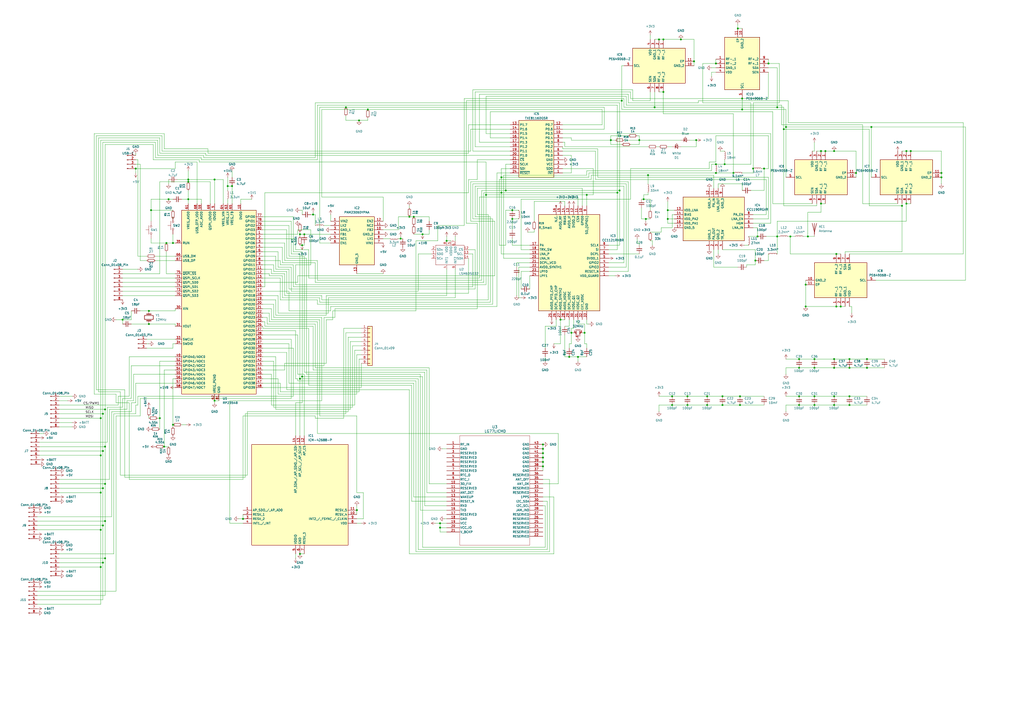
<source format=kicad_sch>
(kicad_sch (version 20250114) (generator "eeschema") (generator_version "9.0")
  (paper "A2")
  (junction (at 455.93 73.66))
  (junction (at 523.24 119.38))
  (junction (at 472.44 208.28))
  (junction (at 293.37 110.49))
  (junction (at 59.69 261.62))
  (junction (at 59.69 283.21))
  (junction (at 259.08 139.7))
  (junction (at 200.66 62.23))
  (junction (at 436.88 97.79))
  (junction (at 58.42 242.57))
  (junction (at 331.47 193.04))
  (junction (at 387.35 127))
  (junction (at 476.25 87.63))
  (junction (at 173.99 219.71))
  (junction (at 60.96 259.08))
  (junction (at 237.49 125.73))
  (junction (at 492.76 208.28))
  (junction (at 140.97 300.99))
  (junction (at 207.01 295.91))
  (junction (at 92.71 242.57))
  (junction (at 483.87 208.28))
  (junction (at 240.03 125.73))
  (junction (at 374.65 127))
  (junction (at 492.76 229.87))
  (junction (at 410.21 234.95))
  (junction (at 124.46 104.14))
  (junction (at 463.55 229.87))
  (junction (at 483.87 87.63))
  (junction (at 245.11 135.89))
  (junction (at 358.14 111.76))
  (junction (at 429.26 229.87))
  (junction (at 71.12 185.42))
  (junction (at 505.46 73.66))
  (junction (at 467.36 165.1))
  (junction (at 384.81 53.34))
  (junction (at 60.96 302.26))
  (junction (at 173.99 135.89))
  (junction (at 60.96 280.67))
  (junction (at 415.29 100.33))
  (junction (at 528.32 87.63))
  (junction (at 429.26 234.95))
  (junction (at 255.27 303.53))
  (junction (at 360.68 58.42))
  (junction (at 325.12 185.42))
  (junction (at 425.45 100.33))
  (junction (at 487.68 177.8))
  (junction (at 502.92 208.28))
  (junction (at 502.92 213.36))
  (junction (at 492.76 234.95))
  (junction (at 483.87 229.87))
  (junction (at 438.15 151.13))
  (junction (at 314.96 257.81))
  (junction (at 58.42 264.16))
  (junction (at 208.28 69.85))
  (junction (at 410.21 229.87))
  (junction (at 340.36 113.03))
  (junction (at 485.14 147.32))
  (junction (at 398.78 229.87))
  (junction (at 546.1 100.33))
  (junction (at 314.96 267.97))
  (junction (at 176.53 135.89))
  (junction (at 354.33 81.28))
  (junction (at 370.84 81.28))
  (junction (at 389.89 229.87))
  (junction (at 58.42 307.34))
  (junction (at 97.79 115.57))
  (junction (at 403.86 81.28))
  (junction (at 335.28 207.01))
  (junction (at 297.18 121.92))
  (junction (at 78.74 97.79))
  (junction (at 175.26 142.24))
  (junction (at 232.41 138.43))
  (junction (at 483.87 234.95))
  (junction (at 485.14 177.8))
  (junction (at 124.46 232.41))
  (junction (at 463.55 213.36))
  (junction (at 86.36 187.96))
  (junction (at 419.1 229.87))
  (junction (at 463.55 234.95))
  (junction (at 213.36 63.5))
  (junction (at 100.33 246.38))
  (junction (at 109.22 104.14))
  (junction (at 450.85 137.16))
  (junction (at 86.36 180.34))
  (junction (at 297.18 127))
  (junction (at 483.87 213.36))
  (junction (at 96.52 140.97))
  (junction (at 467.36 177.8))
  (junction (at 443.23 97.79))
  (junction (at 439.42 137.16))
  (junction (at 95.25 259.08))
  (junction (at 472.44 234.95))
  (junction (at 59.69 240.03))
  (junction (at 525.78 87.63))
  (junction (at 427.99 16.51))
  (junction (at 314.96 270.51))
  (junction (at 181.61 124.46))
  (junction (at 546.1 102.87))
  (junction (at 430.53 57.15))
  (junction (at 454.66 74.93))
  (junction (at 387.35 121.92))
  (junction (at 496.57 100.33))
  (junction (at 445.77 36.83))
  (junction (at 478.79 87.63))
  (junction (at 59.69 304.8))
  (junction (at 468.63 137.16))
  (junction (at 60.96 323.85))
  (junction (at 58.42 285.75))
  (junction (at 132.08 107.95))
  (junction (at 525.78 118.11))
  (junction (at 100.33 140.97))
  (junction (at 430.53 63.5))
  (junction (at 87.63 121.92))
  (junction (at 402.59 35.56))
  (junction (at 290.83 111.76))
  (junction (at 463.55 208.28))
  (junction (at 458.47 137.16))
  (junction (at 314.96 262.89))
  (junction (at 415.29 36.83))
  (junction (at 375.92 101.6))
  (junction (at 420.37 95.25))
  (junction (at 419.1 234.95))
  (junction (at 472.44 229.87))
  (junction (at 373.38 115.57))
  (junction (at 398.78 234.95))
  (junction (at 450.85 62.23))
  (junction (at 379.73 62.23))
  (junction (at 314.96 265.43))
  (junction (at 472.44 213.36))
  (junction (at 389.89 234.95))
  (junction (at 339.09 193.04))
  (junction (at 281.94 113.03))
  (junction (at 60.96 237.49))
  (junction (at 384.81 22.86))
  (junction (at 314.96 260.35))
  (junction (at 290.83 102.87))
  (junction (at 58.42 328.93))
  (junction (at 175.26 218.44))
  (junction (at 415.29 95.25))
  (junction (at 330.2 207.01))
  (junction (at 382.27 22.86))
  (junction (at 255.27 306.07))
  (junction (at 359.41 110.49))
  (junction (at 59.69 326.39))
  (junction (at 492.76 213.36))
  (junction (at 394.97 22.86))
  (junction (at 109.22 115.57))
  (junction (at 476.25 118.11))
  (junction (at 134.62 107.95))
  (junction (at 173.99 321.31))
  (junction (at 109.22 105.41))
  (wire (pts (xy 391.16 127) (xy 387.35 127)))
  (wire (pts (xy 276.86 109.22) (xy 276.86 124.46)))
  (wire (pts (xy 412.75 99.06) (xy 412.75 95.25)))
  (wire (pts (xy 436.88 59.69) (xy 436.88 97.79)))
  (wire (pts (xy 360.68 38.1) (xy 360.68 58.42)))
  (wire (pts (xy 326.39 100.33) (xy 331.47 100.33)))
  (wire (pts (xy 293.37 110.49) (xy 293.37 95.25)))
  (wire (pts (xy 330.2 201.93) (xy 330.2 199.39)))
  (wire (pts (xy 95.25 214.63) (xy 95.25 259.08)))
  (wire (pts (xy 276.86 124.46) (xy 283.21 124.46)))
  (wire (pts (xy 187.96 212.09) (xy 187.96 184.15)))
  (wire (pts (xy 256.54 260.35) (xy 259.08 260.35)))
  (wire (pts (xy 455.93 102.87) (xy 455.93 73.66)))
  (wire (pts (xy 207.01 303.53) (xy 209.55 303.53)))
  (wire (pts (xy 295.91 92.71) (xy 276.86 92.71)))
  (wire (pts (xy 163.83 160.02) (xy 163.83 172.72)))
  (wire (pts (xy 340.36 113.03) (xy 281.94 113.03)))
  (wire (pts (xy 361.95 152.4) (xy 361.95 107.95)))
  (wire (pts (xy 330.2 189.23) (xy 330.2 185.42)))
  (wire (pts (xy 483.87 208.28) (xy 492.76 208.28)))
  (wire (pts (xy 415.29 36.83) (xy 407.67 36.83)))
  (wire (pts (xy 152.4 176.53) (xy 158.75 176.53)))
  (wire (pts (xy 184.15 92.71) (xy 116.84 92.71)))
  (wire (pts (xy 58.42 350.52) (xy 21.59 350.52)))
  (wire (pts (xy 58.42 328.93) (xy 58.42 350.52)))
  (wire (pts (xy 457.2 71.12) (xy 558.8 71.12)))
  (wire (pts (xy 402.59 35.56) (xy 402.59 22.86)))
  (wire (pts (xy 248.92 213.36) (xy 182.88 213.36)))
  (wire (pts (xy 160.02 237.49) (xy 203.2 237.49)))
  (wire (pts (xy 199.39 242.57) (xy 199.39 190.5)))
  (wire (pts (xy 170.18 229.87) (xy 80.01 229.87)))
  (wire (pts (xy 412.75 44.45) (xy 412.75 41.91)))
  (wire (pts (xy 231.14 138.43) (xy 232.41 138.43)))
  (wire (pts (xy 71.12 236.22) (xy 62.23 236.22)))
  (wire (pts (xy 273.05 128.27) (xy 287.02 128.27)))
  (wire (pts (xy 71.12 185.42) (xy 76.2 185.42)))
  (wire (pts (xy 369.57 140.97) (xy 369.57 138.43)))
  (wire (pts (xy 525.78 118.11) (xy 528.32 118.11)))
  (wire (pts (xy 365.76 57.15) (xy 430.53 57.15)))
  (wire (pts (xy 377.19 20.32) (xy 377.19 22.86)))
  (wire (pts (xy 354.33 81.28) (xy 354.33 78.74)))
  (wire (pts (xy 171.45 321.31) (xy 171.45 323.85)))
  (wire (pts (xy 374.65 127) (xy 374.65 128.27)))
  (wire (pts (xy 171.45 165.1) (xy 171.45 153.67)))
  (wire (pts (xy 119.38 90.17) (xy 119.38 88.9)))
  (wire (pts (xy 78.74 240.03) (xy 78.74 234.95)))
  (wire (pts (xy 445.77 34.29) (xy 445.77 36.83)))
  (wire (pts (xy 21.59 302.26) (xy 60.96 302.26)))
  (wire (pts (xy 209.55 224.79) (xy 209.55 210.82)))
  (wire (pts (xy 487.68 177.8) (xy 485.14 177.8)))
  (wire (pts (xy 360.68 38.1) (xy 361.95 38.1)))
  (wire (pts (xy 165.1 210.82) (xy 165.1 214.63)))
  (wire (pts (xy 182.88 163.83) (xy 280.67 163.83)))
  (wire (pts (xy 374.65 127) (xy 377.19 127)))
  (wire (pts (xy 186.69 184.15) (xy 186.69 232.41)))
  (wire (pts (xy 54.61 77.47) (xy 54.61 228.6)))
  (wire (pts (xy 382.27 238.76) (xy 382.27 234.95)))
  (wire (pts (xy 167.64 148.59) (xy 176.53 148.59)))
  (wire (pts (xy 241.3 220.98) (xy 172.72 220.98)))
  (wire (pts (xy 254 130.81) (xy 254 139.7)))
  (wire (pts (xy 403.86 81.28) (xy 403.86 85.09)))
  (wire (pts (xy 443.23 151.13) (xy 445.77 151.13)))
  (wire (pts (xy 133.35 232.41) (xy 133.35 303.53)))
  (wire (pts (xy 281.94 77.47) (xy 281.94 55.88)))
  (wire (pts (xy 331.47 80.01) (xy 331.47 81.28)))
  (wire (pts (xy 361.95 62.23) (xy 379.73 62.23)))
  (wire (pts (xy 105.41 115.57) (xy 109.22 115.57)))
  (wire (pts (xy 331.47 193.04) (xy 331.47 199.39)))
  (wire (pts (xy 157.48 217.17) (xy 152.4 217.17)))
  (wire (pts (xy 91.44 242.57) (xy 92.71 242.57)))
  (wire (pts (xy 346.71 102.87) (xy 346.71 86.36)))
  (wire (pts (xy 496.57 100.33) (xy 496.57 87.63)))
  (wire (pts (xy 525.78 128.27) (xy 525.78 118.11)))
  (wire (pts (xy 290.83 102.87) (xy 290.83 111.76)))
  (wire (pts (xy 353.06 154.94) (xy 363.22 154.94)))
  (wire (pts (xy 450.85 62.23) (xy 454.66 62.23)))
  (wire (pts (xy 140.97 278.13) (xy 140.97 241.3)))
  (wire (pts (xy 259.08 139.7) (xy 261.62 139.7)))
  (wire (pts (xy 430.53 110.49) (xy 430.53 106.68)))
  (wire (pts (xy 207.01 300.99) (xy 210.82 300.99)))
  (wire (pts (xy 356.87 160.02) (xy 353.06 160.02)))
  (wire (pts (xy 167.64 199.39) (xy 167.64 222.25)))
  (wire (pts (xy 455.93 73.66) (xy 455.93 63.5)))
  (wire (pts (xy 116.84 92.71) (xy 116.84 91.44)))
  (wire (pts (xy 281.94 165.1) (xy 171.45 165.1)))
  (wire (pts (xy 60.96 259.08) (xy 60.96 280.67)))
  (wire (pts (xy 283.21 173.99) (xy 186.69 173.99)))
  (wire (pts (xy 201.93 238.76) (xy 201.93 195.58)))
  (wire (pts (xy 340.36 119.38) (xy 340.36 113.03)))
  (wire (pts (xy 152.4 151.13) (xy 162.56 151.13)))
  (wire (pts (xy 162.56 222.25) (xy 162.56 227.33)))
  (wire (pts (xy 242.57 168.91) (xy 242.57 147.32)))
  (wire (pts (xy 184.15 173.99) (xy 184.15 176.53)))
  (wire (pts (xy 153.67 186.69) (xy 153.67 189.23)))
  (wire (pts (xy 370.84 81.28) (xy 394.97 81.28)))
  (wire (pts (xy 157.48 234.95) (xy 205.74 234.95)))
  (wire (pts (xy 124.46 232.41) (xy 127 232.41)))
  (wire (pts (xy 158.75 184.15) (xy 186.69 184.15)))
  (wire (pts (xy 232.41 138.43) (xy 233.68 138.43)))
  (wire (pts (xy 287.02 128.27) (xy 287.02 160.02)))
  (wire (pts (xy 97.79 115.57) (xy 87.63 115.57)))
  (wire (pts (xy 472.44 234.95) (xy 483.87 234.95)))
  (wire (pts (xy 87.63 115.57) (xy 87.63 121.92)))
  (wire (pts (xy 430.53 63.5) (xy 455.93 63.5)))
  (wire (pts (xy 59.69 261.62) (xy 22.86 261.62)))
  (wire (pts (xy 458.47 147.32) (xy 485.14 147.32)))
  (wire (pts (xy 382.27 22.86) (xy 379.73 22.86)))
  (wire (pts (xy 383.54 134.62) (xy 383.54 132.08)))
  (wire (pts (xy 284.48 80.01) (xy 295.91 80.01)))
  (wire (pts (xy 152.4 212.09) (xy 187.96 212.09)))
  (wire (pts (xy 468.63 137.16) (xy 472.44 137.16)))
  (wire (pts (xy 485.14 147.32) (xy 487.68 147.32)))
  (wire (pts (xy 97.79 259.08) (xy 95.25 259.08)))
  (wire (pts (xy 92.71 105.41) (xy 92.71 158.75)))
  (wire (pts (xy 415.29 100.33) (xy 425.45 100.33)))
  (wire (pts (xy 76.2 212.09) (xy 76.2 231.14)))
  (wire (pts (xy 400.05 81.28) (xy 403.86 81.28)))
  (wire (pts (xy 182.88 187.96) (xy 182.88 213.36)))
  (wire (pts (xy 349.25 63.5) (xy 349.25 72.39)))
  (wire (pts (xy 436.88 100.33) (xy 436.88 97.79)))
  (wire (pts (xy 180.34 153.67) (xy 180.34 133.35)))
  (wire (pts (xy 441.96 97.79) (xy 443.23 97.79)))
  (wire (pts (xy 259.08 285.75) (xy 247.65 285.75)))
  (wire (pts (xy 60.96 302.26) (xy 60.96 280.67)))
  (wire (pts (xy 309.88 134.62) (xy 309.88 133.35)))
  (wire (pts (xy 326.39 82.55) (xy 327.66 82.55)))
  (wire (pts (xy 361.95 81.28) (xy 370.84 81.28)))
  (wire (pts (xy 157.48 217.17) (xy 157.48 234.95)))
  (wire (pts (xy 342.9 104.14) (xy 342.9 101.6)))
  (wire (pts (xy 92.71 209.55) (xy 92.71 242.57)))
  (wire (pts (xy 100.33 140.97) (xy 101.6 140.97)))
  (wire (pts (xy 184.15 173.99) (xy 162.56 173.99)))
  (wire (pts (xy 327.66 189.23) (xy 330.2 189.23)))
  (wire (pts (xy 323.85 280.67) (xy 314.96 280.67)))
  (wire (pts (xy 158.75 153.67) (xy 152.4 153.67)))
  (wire (pts (xy 58.42 285.75) (xy 58.42 307.34)))
  (wire (pts (xy 387.35 121.92) (xy 391.16 121.92)))
  (wire (pts (xy 326.39 97.79) (xy 344.17 97.79)))
  (wire (pts (xy 59.69 283.21) (xy 34.29 283.21)))
  (wire (pts (xy 445.77 127) (xy 445.77 102.87)))
  (wire (pts (xy 415.29 34.29) (xy 415.29 36.83)))
  (wire (pts (xy 273.05 87.63) (xy 273.05 74.93)))
  (wire (pts (xy 184.15 151.13) (xy 165.1 151.13)))
  (wire (pts (xy 505.46 73.66) (xy 505.46 102.87)))
  (wire (pts (xy 350.52 62.23) (xy 350.52 74.93)))
  (wire (pts (xy 78.74 92.71) (xy 80.01 92.71)))
  (wire (pts (xy 92.71 80.01) (xy 57.15 80.01)))
  (wire (pts (xy 245.11 317.5) (xy 316.23 317.5)))
  (wire (pts (xy 200.66 240.03) (xy 142.24 240.03)))
  (wire (pts (xy 109.22 99.06) (xy 109.22 104.14)))
  (wire (pts (xy 185.42 175.26) (xy 284.48 175.26)))
  (wire (pts (xy 292.1 149.86) (xy 292.1 101.6)))
  (wire (pts (xy 182.88 242.57) (xy 199.39 242.57)))
  (wire (pts (xy 184.15 162.56) (xy 184.15 151.13)))
  (wire (pts (xy 91.44 90.17) (xy 91.44 81.28)))
  (wire (pts (xy 55.88 226.06) (xy 55.88 78.74)))
  (wire (pts (xy 179.07 190.5) (xy 152.4 190.5)))
  (wire (pts (xy 152.4 190.5) (xy 152.4 189.23)))
  (wire (pts (xy 335.28 114.3) (xy 335.28 119.38)))
  (wire (pts (xy 274.32 87.63) (xy 274.32 52.07)))
  (wire (pts (xy 115.57 92.71) (xy 88.9 92.71)))
  (wire (pts (xy 179.07 144.78) (xy 179.07 161.29)))
  (wire (pts (xy 87.63 140.97) (xy 96.52 140.97)))
  (wire (pts (xy 316.23 189.23) (xy 322.58 189.23)))
  (wire (pts (xy 275.59 125.73) (xy 284.48 125.73)))
  (wire (pts (xy 288.29 100.33) (xy 295.91 100.33)))
  (wire (pts (xy 22.86 256.54) (xy 62.23 256.54)))
  (wire (pts (xy 81.28 241.3) (xy 67.31 241.3)))
  (wire (pts (xy 275.59 107.95) (xy 275.59 125.73)))
  (wire (pts (xy 81.28 231.14) (xy 168.91 231.14)))
  (wire (pts (xy 454.66 74.93) (xy 504.19 74.93)))
  (wire (pts (xy 182.88 59.69) (xy 182.88 91.44)))
  (wire (pts (xy 416.56 144.78) (xy 416.56 147.32)))
  (wire (pts (xy 455.93 238.76) (xy 455.93 234.95)))
  (wire (pts (xy 290.83 147.32) (xy 290.83 111.76)))
  (wire (pts (xy 240.03 222.25) (xy 167.64 222.25)))
  (wire (pts (xy 326.39 80.01) (xy 331.47 80.01)))
  (wire (pts (xy 85.09 196.85) (xy 101.6 196.85)))
  (wire (pts (xy 275.59 167.64) (xy 275.59 144.78)))
  (wire (pts (xy 153.67 111.76) (xy 153.67 166.37)))
  (wire (pts (xy 185.42 172.72) (xy 185.42 175.26)))
  (wire (pts (xy 447.04 77.47) (xy 447.04 129.54)))
  (wire (pts (xy 171.45 233.68) (xy 175.26 233.68)))
  (wire (pts (xy 438.15 153.67) (xy 438.15 151.13)))
  (wire (pts (xy 91.44 81.28) (xy 58.42 81.28)))
  (wire (pts (xy 167.64 180.34) (xy 191.77 180.34)))
  (wire (pts (xy 116.84 91.44) (xy 90.17 91.44)))
  (wire (pts (xy 134.62 99.06) (xy 134.62 102.87)))
  (wire (pts (xy 365.76 83.82) (xy 370.84 83.82)))
  (wire (pts (xy 67.31 241.3) (xy 67.31 342.9)))
  (wire (pts (xy 132.08 115.57) (xy 132.08 118.11)))
  (wire (pts (xy 473.71 119.38) (xy 473.71 118.11)))
  (wire (pts (xy 80.01 229.87) (xy 80.01 234.95)))
  (wire (pts (xy 472.44 229.87) (xy 483.87 229.87)))
  (wire (pts (xy 142.24 276.86) (xy 72.39 276.86)))
  (wire (pts (xy 109.22 105.41) (xy 92.71 105.41)))
  (wire (pts (xy 67.31 233.68) (xy 74.93 233.68)))
  (wire (pts (xy 255.27 306.07) (xy 259.08 306.07)))
  (wire (pts (xy 88.9 83.82) (xy 60.96 83.82)))
  (wire (pts (xy 34.29 321.31) (xy 66.04 321.31)))
  (wire (pts (xy 326.39 87.63) (xy 345.44 87.63)))
  (wire (pts (xy 453.39 60.96) (xy 453.39 72.39)))
  (wire (pts (xy 176.53 142.24) (xy 175.26 142.24)))
  (wire (pts (xy 331.47 100.33) (xy 331.47 90.17)))
  (wire (pts (xy 101.6 93.98) (xy 114.3 93.98)))
  (wire (pts (xy 436.88 132.08) (xy 439.42 132.08)))
  (wire (pts (xy 370.84 78.74) (xy 370.84 81.28)))
  (wire (pts (xy 345.44 87.63) (xy 345.44 104.14)))
  (wire (pts (xy 184.15 186.69) (xy 184.15 251.46)))
  (wire (pts (xy 71.12 168.91) (xy 101.6 168.91)))
  (wire (pts (xy 189.23 185.42) (xy 189.23 210.82)))
  (wire (pts (xy 255.27 303.53) (xy 255.27 306.07)))
  (wire (pts (xy 58.42 264.16) (xy 58.42 285.75)))
  (wire (pts (xy 496.57 87.63) (xy 483.87 87.63)))
  (wire (pts (xy 231.14 133.35) (xy 231.14 125.73)))
  (wire (pts (xy 57.15 80.01) (xy 57.15 227.33)))
  (wire (pts (xy 171.45 144.78) (xy 179.07 144.78)))
  (wire (pts (xy 302.26 115.57) (xy 302.26 144.78)))
  (wire (pts (xy 259.08 171.45) (xy 189.23 171.45)))
  (wire (pts (xy 271.78 149.86) (xy 271.78 170.18)))
  (wire (pts (xy 205.74 234.95) (xy 205.74 203.2)))
  (wire (pts (xy 152.4 163.83) (xy 172.72 163.83)))
  (wire (pts (xy 58.42 264.16) (xy 22.86 264.16)))
  (wire (pts (xy 450.85 39.37) (xy 445.77 39.37)))
  (wire (pts (xy 209.55 193.04) (xy 200.66 193.04)))
  (wire (pts (xy 455.93 73.66) (xy 505.46 73.66)))
  (wire (pts (xy 172.72 135.89) (xy 152.4 135.89)))
  (wire (pts (xy 297.18 138.43) (xy 297.18 142.24)))
  (wire (pts (xy 467.36 177.8) (xy 467.36 165.1)))
  (wire (pts (xy 492.76 208.28) (xy 502.92 208.28)))
  (wire (pts (xy 383.54 132.08) (xy 389.89 132.08)))
  (wire (pts (xy 90.17 151.13) (xy 101.6 151.13)))
  (wire (pts (xy 241.3 180.34) (xy 193.04 180.34)))
  (wire (pts (xy 297.18 127) (xy 300.99 127)))
  (wire (pts (xy 191.77 135.89) (xy 176.53 135.89)))
  (wire (pts (xy 269.24 130.81) (xy 254 130.81)))
  (wire (pts (xy 193.04 185.42) (xy 189.23 185.42)))
  (wire (pts (xy 387.35 116.84) (xy 387.35 121.92)))
  (wire (pts (xy 264.16 137.16) (xy 264.16 139.7)))
  (wire (pts (xy 173.99 219.71) (xy 173.99 252.73)))
  (wire (pts (xy 290.83 97.79) (xy 290.83 102.87)))
  (wire (pts (xy 365.76 115.57) (xy 302.26 115.57)))
  (wire (pts (xy 290.83 111.76) (xy 358.14 111.76)))
  (wire (pts (xy 273.05 74.93) (xy 295.91 74.93)))
  (wire (pts (xy 66.04 240.03) (xy 78.74 240.03)))
  (wire (pts (xy 358.14 111.76) (xy 358.14 60.96)))
  (wire (pts (xy 337.82 109.22) (xy 276.86 109.22)))
  (wire (pts (xy 176.53 215.9) (xy 246.38 215.9)))
  (wire (pts (xy 34.29 240.03) (xy 59.69 240.03)))
  (wire (pts (xy 264.16 172.72) (xy 264.16 156.21)))
  (wire (pts (xy 330.2 199.39) (xy 331.47 199.39)))
  (wire (pts (xy 191.77 177.8) (xy 288.29 177.8)))
  (wire (pts (xy 173.99 219.71) (xy 242.57 219.71)))
  (wire (pts (xy 140.97 241.3) (xy 182.88 241.3)))
  (wire (pts (xy 415.29 78.74) (xy 415.29 93.98)))
  (wire (pts (xy 34.29 237.49) (xy 60.96 237.49)))
  (wire (pts (xy 523.24 146.05) (xy 490.22 146.05)))
  (wire (pts (xy 114.3 93.98) (xy 114.3 118.11)))
  (wire (pts (xy 180.34 133.35) (xy 172.72 133.35)))
  (wire (pts (xy 134.62 118.11) (xy 134.62 107.95)))
  (wire (pts (xy 222.25 133.35) (xy 231.14 133.35)))
  (wire (pts (xy 175.26 146.05) (xy 170.18 146.05)))
  (wire (pts (xy 210.82 300.99) (xy 210.82 285.75)))
  (wire (pts (xy 289.56 142.24) (xy 289.56 104.14)))
  (wire (pts (xy 427.99 16.51) (xy 427.99 13.97)))
  (wire (pts (xy 458.47 137.16) (xy 461.01 137.16)))
  (wire (pts (xy 152.4 214.63) (xy 165.1 214.63)))
  (wire (pts (xy 140.97 298.45) (xy 140.97 300.99)))
  (wire (pts (xy 476.25 118.11) (xy 478.79 118.11)))
  (wire (pts (xy 323.85 251.46) (xy 323.85 280.67)))
  (wire (pts (xy 379.73 62.23) (xy 450.85 62.23)))
  (wire (pts (xy 242.57 318.77) (xy 317.5 318.77)))
  (wire (pts (xy 241.3 139.7) (xy 241.3 180.34)))
  (wire (pts (xy 161.29 171.45) (xy 161.29 181.61)))
  (wire (pts (xy 167.64 156.21) (xy 167.64 167.64)))
  (wire (pts (xy 54.61 228.6) (xy 67.31 228.6)))
  (wire (pts (xy 34.29 232.41) (xy 39.37 232.41)))
  (wire (pts (xy 166.37 133.35) (xy 152.4 133.35)))
  (wire (pts (xy 175.26 121.92) (xy 175.26 124.46)))
  (wire (pts (xy 87.63 121.92) (xy 100.33 121.92)))
  (wire (pts (xy 327.66 116.84) (xy 309.88 116.84)))
  (wire (pts (xy 335.28 207.01) (xy 340.36 207.01)))
  (wire (pts (xy 199.39 190.5) (xy 209.55 190.5)))
  (wire (pts (xy 184.15 251.46) (xy 323.85 251.46)))
  (wire (pts (xy 78.74 95.25) (xy 81.28 95.25)))
  (wire (pts (xy 182.88 241.3) (xy 182.88 242.57)))
  (wire (pts (xy 295.91 72.39) (xy 271.78 72.39)))
  (wire (pts (xy 143.51 275.59) (xy 143.51 238.76)))
  (wire (pts (xy 156.21 186.69) (xy 156.21 181.61)))
  (wire (pts (xy 443.23 97.79) (xy 443.23 110.49)))
  (wire (pts (xy 326.39 74.93) (xy 350.52 74.93)))
  (wire (pts (xy 463.55 208.28) (xy 472.44 208.28)))
  (wire (pts (xy 60.96 83.82) (xy 60.96 237.49)))
  (wire (pts (xy 373.38 115.57) (xy 377.19 115.57)))
  (wire (pts (xy 182.88 91.44) (xy 118.11 91.44)))
  (wire (pts (xy 391.16 129.54) (xy 387.35 129.54)))
  (wire (pts (xy 34.29 247.65) (xy 41.91 247.65)))
  (wire (pts (xy 302.26 167.64) (xy 302.26 157.48)))
  (wire (pts (xy 345.44 104.14) (xy 444.5 104.14)))
  (wire (pts (xy 259.08 295.91) (xy 243.84 295.91)))
  (wire (pts (xy 411.48 97.79) (xy 365.76 97.79)))
  (wire (pts (xy 358.14 60.96) (xy 184.15 60.96)))
  (wire (pts (xy 156.21 158.75) (xy 156.21 160.02)))
  (wire (pts (xy 318.77 320.04) (xy 241.3 320.04)))
  (wire (pts (xy 152.4 143.51) (xy 163.83 143.51)))
  (wire (pts (xy 71.12 156.21) (xy 80.01 156.21)))
  (wire (pts (xy 273.05 105.41) (xy 273.05 128.27)))
  (wire (pts (xy 430.53 106.68) (xy 416.56 106.68)))
  (wire (pts (xy 209.55 205.74) (xy 207.01 205.74)))
  (wire (pts (xy 290.83 102.87) (xy 341.63 102.87)))
  (wire (pts (xy 391.16 124.46) (xy 389.89 124.46)))
  (wire (pts (xy 173.99 219.71) (xy 173.99 147.32)))
  (wire (pts (xy 59.69 240.03) (xy 59.69 261.62)))
  (wire (pts (xy 152.4 201.93) (xy 170.18 201.93)))
  (wire (pts (xy 208.28 69.85) (xy 213.36 69.85)))
  (wire (pts (xy 363.22 106.68) (xy 274.32 106.68)))
  (wire (pts (xy 203.2 198.12) (xy 209.55 198.12)))
  (wire (pts (xy 340.36 99.06) (xy 412.75 99.06)))
  (wire (pts (xy 375.92 101.6) (xy 414.02 101.6)))
  (wire (pts (xy 78.74 100.33) (xy 78.74 97.79)))
  (wire (pts (xy 97.79 115.57) (xy 100.33 115.57)))
  (wire (pts (xy 316.23 201.93) (xy 316.23 189.23)))
  (wire (pts (xy 478.79 87.63) (xy 476.25 87.63)))
  (wire (pts (xy 523.24 119.38) (xy 523.24 118.11)))
  (wire (pts (xy 207.01 205.74) (xy 207.01 228.6)))
  (wire (pts (xy 72.39 276.86) (xy 72.39 226.06)))
  (wire (pts (xy 163.83 172.72) (xy 185.42 172.72)))
  (wire (pts (xy 120.65 86.36) (xy 95.25 86.36)))
  (wire (pts (xy 76.2 238.76) (xy 64.77 238.76)))
  (wire (pts (xy 157.48 185.42) (xy 157.48 179.07)))
  (wire (pts (xy 81.28 231.14) (xy 81.28 241.3)))
  (wire (pts (xy 80.01 234.95) (xy 78.74 234.95)))
  (wire (pts (xy 500.38 118.11) (xy 520.7 118.11)))
  (wire (pts (xy 290.83 97.79) (xy 295.91 97.79)))
  (wire (pts (xy 78.74 222.25) (xy 78.74 233.68)))
  (wire (pts (xy 430.53 100.33) (xy 436.88 100.33)))
  (wire (pts (xy 472.44 213.36) (xy 483.87 213.36)))
  (wire (pts (xy 450.85 62.23) (xy 450.85 39.37)))
  (wire (pts (xy 297.18 127) (xy 297.18 133.35)))
  (wire (pts (xy 167.64 199.39) (xy 152.4 199.39)))
  (wire (pts (xy 271.78 170.18) (xy 166.37 170.18)))
  (wire (pts (xy 364.49 105.41) (xy 273.05 105.41)))
  (wire (pts (xy 370.84 140.97) (xy 369.57 140.97)))
  (wire (pts (xy 59.69 347.98) (xy 21.59 347.98)))
  (wire (pts (xy 74.93 229.87) (xy 68.58 229.87)))
  (wire (pts (xy 243.84 295.91) (xy 243.84 217.17)))
  (wire (pts (xy 165.1 140.97) (xy 152.4 140.97)))
  (wire (pts (xy 445.77 102.87) (xy 346.71 102.87)))
  (wire (pts (xy 560.07 73.66) (xy 505.46 73.66)))
  (wire (pts (xy 415.29 95.25) (xy 420.37 95.25)))
  (wire (pts (xy 101.6 187.96) (xy 101.6 189.23)))
  (wire (pts (xy 152.4 184.15) (xy 154.94 184.15)))
  (wire (pts (xy 59.69 261.62) (xy 59.69 283.21)))
  (wire (pts (xy 331.47 81.28) (xy 354.33 81.28)))
  (wire (pts (xy 138.43 300.99) (xy 140.97 300.99)))
  (wire (pts (xy 340.36 201.93) (xy 340.36 199.39)))
  (wire (pts (xy 203.2 237.49) (xy 203.2 198.12)))
  (wire (pts (xy 436.88 59.69) (xy 452.12 59.69)))
  (wire (pts (xy 447.04 129.54) (xy 436.88 129.54)))
  (wire (pts (xy 394.97 22.86) (xy 384.81 22.86)))
  (wire (pts (xy 274.32 52.07) (xy 367.03 52.07)))
  (wire (pts (xy 69.85 275.59) (xy 143.51 275.59)))
  (wire (pts (xy 259.08 137.16) (xy 259.08 139.7)))
  (wire (pts (xy 86.36 180.34) (xy 101.6 180.34)))
  (wire (pts (xy 275.59 107.95) (xy 361.95 107.95)))
  (wire (pts (xy 284.48 64.77) (xy 284.48 80.01)))
  (wire (pts (xy 467.36 165.1) (xy 467.36 162.56)))
  (wire (pts (xy 354.33 83.82) (xy 360.68 83.82)))
  (wire (pts (xy 468.63 123.19) (xy 468.63 137.16)))
  (wire (pts (xy 274.32 87.63) (xy 295.91 87.63)))
  (wire (pts (xy 152.4 138.43) (xy 171.45 138.43)))
  (wire (pts (xy 504.19 119.38) (xy 523.24 119.38)))
  (wire (pts (xy 254 139.7) (xy 241.3 139.7)))
  (wire (pts (xy 546.1 106.68) (xy 546.1 102.87)))
  (wire (pts (xy 166.37 149.86) (xy 166.37 133.35)))
  (wire (pts (xy 232.41 137.16) (xy 232.41 138.43)))
  (wire (pts (xy 248.92 280.67) (xy 248.92 213.36)))
  (wire (pts (xy 419.1 234.95) (xy 429.26 234.95)))
  (wire (pts (xy 341.63 102.87) (xy 341.63 100.33)))
  (wire (pts (xy 21.59 345.44) (xy 60.96 345.44)))
  (wire (pts (xy 242.57 147.32) (xy 250.19 147.32)))
  (wire (pts (xy 281.94 93.98) (xy 115.57 93.98)))
  (wire (pts (xy 247.65 214.63) (xy 181.61 214.63)))
  (wire (pts (xy 58.42 307.34) (xy 58.42 328.93)))
  (wire (pts (xy 143.51 238.76) (xy 201.93 238.76)))
  (wire (pts (xy 398.78 229.87) (xy 410.21 229.87)))
  (wire (pts (xy 162.56 151.13) (xy 162.56 153.67)))
  (wire (pts (xy 242.57 219.71) (xy 242.57 318.77)))
  (wire (pts (xy 274.32 166.37) (xy 274.32 147.32)))
  (wire (pts (xy 184.15 60.96) (xy 184.15 92.71)))
  (wire (pts (xy 297.18 142.24) (xy 307.34 142.24)))
  (wire (pts (xy 248.92 125.73) (xy 248.92 128.27)))
  (wire (pts (xy 309.88 116.84) (xy 309.88 128.27)))
  (wire (pts (xy 71.12 163.83) (xy 101.6 163.83)))
  (wire (pts (xy 179.07 223.52) (xy 179.07 190.5)))
  (wire (pts (xy 170.18 166.37) (xy 274.32 166.37)))
  (wire (pts (xy 365.76 53.34) (xy 275.59 53.34)))
  (wire (pts (xy 472.44 208.28) (xy 483.87 208.28)))
  (wire (pts (xy 78.74 88.9) (xy 78.74 90.17)))
  (wire (pts (xy 166.37 157.48) (xy 166.37 170.18)))
  (wire (pts (xy 237.49 119.38) (xy 237.49 120.65)))
  (wire (pts (xy 293.37 142.24) (xy 289.56 142.24)))
  (wire (pts (xy 76.2 187.96) (xy 86.36 187.96)))
  (wire (pts (xy 182.88 130.81) (xy 182.88 124.46)))
  (wire (pts (xy 186.69 232.41) (xy 133.35 232.41)))
  (wire (pts (xy 292.1 101.6) (xy 340.36 101.6)))
  (wire (pts (xy 370.84 81.28) (xy 370.84 83.82)))
  (wire (pts (xy 152.4 130.81) (xy 167.64 130.81)))
  (wire (pts (xy 69.85 227.33) (xy 69.85 275.59)))
  (wire (pts (xy 299.72 154.94) (xy 299.72 152.4)))
  (wire (pts (xy 314.96 260.35) (xy 314.96 262.89)))
  (wire (pts (xy 190.5 181.61) (xy 190.5 172.72)))
  (wire (pts (xy 364.49 157.48) (xy 364.49 105.41)))
  (wire (pts (xy 278.13 161.29) (xy 278.13 114.3)))
  (wire (pts (xy 59.69 304.8) (xy 59.69 326.39)))
  (wire (pts (xy 546.1 102.87) (xy 546.1 100.33)))
  (wire (pts (xy 332.74 190.5) (xy 331.47 190.5)))
  (wire (pts (xy 160.02 182.88) (xy 160.02 173.99)))
  (wire (pts (xy 332.74 185.42) (xy 332.74 190.5)))
  (wire (pts (xy 367.03 52.07) (xy 367.03 58.42)))
  (wire (pts (xy 172.72 220.98) (xy 172.72 219.71)))
  (wire (pts (xy 344.17 113.03) (xy 340.36 113.03)))
  (wire (pts (xy 271.78 88.9) (xy 120.65 88.9)))
  (wire (pts (xy 191.77 124.46) (xy 191.77 128.27)))
  (wire (pts (xy 207.01 295.91) (xy 207.01 298.45)))
  (wire (pts (xy 95.25 77.47) (xy 54.61 77.47)))
  (wire (pts (xy 496.57 102.87) (xy 496.57 100.33)))
  (wire (pts (xy 109.22 104.14) (xy 109.22 105.41)))
  (wire (pts (xy 157.48 158.75) (xy 157.48 156.21)))
  (wire (pts (xy 281.94 113.03) (xy 281.94 165.1)))
  (wire (pts (xy 74.93 207.01) (xy 101.6 207.01)))
  (wire (pts (xy 271.78 72.39) (xy 271.78 88.9)))
  (wire (pts (xy 152.4 168.91) (xy 167.64 168.91)))
  (wire (pts (xy 168.91 128.27) (xy 152.4 128.27)))
  (wire (pts (xy 430.53 63.5) (xy 430.53 57.15)))
  (wire (pts (xy 161.29 228.6) (xy 161.29 219.71)))
  (wire (pts (xy 124.46 118.11) (xy 124.46 104.14)))
  (wire (pts (xy 80.01 148.59) (xy 85.09 148.59)))
  (wire (pts (xy 81.28 95.25) (xy 81.28 151.13)))
  (wire (pts (xy 142.24 240.03) (xy 142.24 276.86)))
  (wire (pts (xy 77.47 232.41) (xy 73.66 232.41)))
  (wire (pts (xy 152.4 186.69) (xy 153.67 186.69)))
  (wire (pts (xy 420.37 92.71) (xy 420.37 95.25)))
  (wire (pts (xy 161.29 181.61) (xy 190.5 181.61)))
  (wire (pts (xy 297.18 121.92) (xy 300.99 121.92)))
  (wire (pts (xy 77.47 217.17) (xy 77.47 232.41)))
  (wire (pts (xy 455.93 213.36) (xy 463.55 213.36)))
  (wire (pts (xy 115.57 93.98) (xy 115.57 92.71)))
  (wire (pts (xy 435.61 110.49) (xy 443.23 110.49)))
  (wire (pts (xy 353.06 152.4) (xy 361.95 152.4)))
  (wire (pts (xy 90.17 82.55) (xy 59.69 82.55)))
  (wire (pts (xy 269.24 57.15) (xy 269.24 130.81)))
  (wire (pts (xy 248.92 135.89) (xy 248.92 133.35)))
  (wire (pts (xy 430.53 16.51) (xy 427.99 16.51)))
  (wire (pts (xy 363.22 154.94) (xy 363.22 106.68)))
  (wire (pts (xy 173.99 142.24) (xy 175.26 142.24)))
  (wire (pts (xy 455.93 229.87) (xy 463.55 229.87)))
  (wire (pts (xy 163.83 143.51) (xy 163.83 152.4)))
  (wire (pts (xy 354.33 81.28) (xy 354.33 83.82)))
  (wire (pts (xy 322.58 189.23) (xy 322.58 185.42)))
  (wire (pts (xy 289.56 104.14) (xy 342.9 104.14)))
  (wire (pts (xy 162.56 173.99) (xy 162.56 161.29)))
  (wire (pts (xy 455.93 208.28) (xy 463.55 208.28)))
  (wire (pts (xy 67.31 228.6) (xy 67.31 233.68)))
  (wire (pts (xy 191.77 180.34) (xy 191.77 177.8)))
  (wire (pts (xy 281.94 113.03) (xy 281.94 93.98)))
  (wire (pts (xy 189.23 182.88) (xy 160.02 182.88)))
  (wire (pts (xy 60.96 280.67) (xy 34.29 280.67)))
  (wire (pts (xy 248.92 125.73) (xy 240.03 125.73)))
  (wire (pts (xy 278.13 114.3) (xy 335.28 114.3)))
  (wire (pts (xy 63.5 237.49) (xy 73.66 237.49)))
  (wire (pts (xy 414.02 144.78) (xy 414.02 154.94)))
  (wire (pts (xy 34.29 234.95) (xy 68.58 234.95)))
  (wire (pts (xy 349.25 72.39) (xy 326.39 72.39)))
  (wire (pts (xy 237.49 321.31) (xy 321.31 321.31)))
  (wire (pts (xy 502.92 208.28) (xy 513.08 208.28)))
  (wire (pts (xy 189.23 171.45) (xy 189.23 182.88)))
  (wire (pts (xy 86.36 187.96) (xy 101.6 187.96)))
  (wire (pts (xy 71.12 171.45) (xy 101.6 171.45)))
  (wire (pts (xy 483.87 229.87) (xy 492.76 229.87)))
  (wire (pts (xy 369.57 78.74) (xy 370.84 78.74)))
  (wire (pts (xy 365.76 57.15) (xy 365.76 53.34)))
  (wire (pts (xy 238.76 223.52) (xy 179.07 223.52)))
  (wire (pts (xy 410.21 234.95) (xy 419.1 234.95)))
  (wire (pts (xy 412.75 95.25) (xy 415.29 95.25)))
  (wire (pts (xy 34.29 242.57) (xy 58.42 242.57)))
  (wire (pts (xy 342.9 101.6) (xy 375.92 101.6)))
  (wire (pts (xy 433.07 153.67) (xy 433.07 154.94)))
  (wire (pts (xy 176.53 148.59) (xy 176.53 215.9)))
  (wire (pts (xy 389.89 229.87) (xy 398.78 229.87)))
  (wire (pts (xy 187.96 130.81) (xy 191.77 130.81)))
  (wire (pts (xy 152.4 179.07) (xy 157.48 179.07)))
  (wire (pts (xy 167.64 167.64) (xy 275.59 167.64)))
  (wire (pts (xy 360.68 63.5) (xy 430.53 63.5)))
  (wire (pts (xy 252.73 303.53) (xy 255.27 303.53)))
  (wire (pts (xy 415.29 93.98) (xy 411.48 93.98)))
  (wire (pts (xy 238.76 290.83) (xy 238.76 223.52)))
  (wire (pts (xy 476.25 87.63) (xy 473.71 87.63)))
  (wire (pts (xy 193.04 138.43) (xy 191.77 138.43)))
  (wire (pts (xy 241.3 320.04) (xy 241.3 220.98)))
  (wire (pts (xy 185.42 62.23) (xy 200.66 62.23)))
  (wire (pts (xy 271.78 104.14) (xy 276.86 104.14)))
  (wire (pts (xy 172.72 194.31) (xy 172.72 217.17)))
  (wire (pts (xy 85.09 201.93) (xy 100.33 201.93)))
  (wire (pts (xy 394.97 85.09) (xy 403.86 85.09)))
  (wire (pts (xy 387.35 121.92) (xy 387.35 127)))
  (wire (pts (xy 119.38 90.17) (xy 295.91 90.17)))
  (wire (pts (xy 193.04 180.34) (xy 193.04 185.42)))
  (wire (pts (xy 370.84 142.24) (xy 370.84 140.97)))
  (wire (pts (xy 414.02 154.94) (xy 427.99 154.94)))
  (wire (pts (xy 375.92 113.03) (xy 375.92 111.76)))
  (wire (pts (xy 274.32 106.68) (xy 274.32 127)))
  (wire (pts (xy 93.98 78.74) (xy 93.98 87.63)))
  (wire (pts (xy 398.78 234.95) (xy 410.21 234.95)))
  (wire (pts (xy 483.87 87.63) (xy 478.79 87.63)))
  (wire (pts (xy 389.89 85.09) (xy 387.35 85.09)))
  (wire (pts (xy 452.12 59.69) (xy 452.12 36.83)))
  (wire (pts (xy 165.1 151.13) (xy 165.1 140.97)))
  (wire (pts (xy 293.37 121.92) (xy 293.37 142.24)))
  (wire (pts (xy 237.49 226.06) (xy 237.49 321.31)))
  (wire (pts (xy 327.66 207.01) (xy 330.2 207.01)))
  (wire (pts (xy 173.99 321.31) (xy 176.53 321.31)))
  (wire (pts (xy 171.45 153.67) (xy 180.34 153.67)))
  (wire (pts (xy 379.73 62.23) (xy 379.73 53.34)))
  (wire (pts (xy 300.99 154.94) (xy 307.34 154.94)))
  (wire (pts (xy 560.07 162.56) (xy 560.07 73.66)))
  (wire (pts (xy 402.59 22.86) (xy 394.97 22.86)))
  (wire (pts (xy 364.49 54.61) (xy 364.49 59.69)))
  (wire (pts (xy 259.08 288.29) (xy 240.03 288.29)))
  (wire (pts (xy 172.72 160.02) (xy 287.02 160.02)))
  (wire (pts (xy 354.33 78.74) (xy 364.49 78.74)))
  (wire (pts (xy 335.28 209.55) (xy 335.28 207.01)))
  (wire (pts (xy 307.34 149.86) (xy 292.1 149.86)))
  (wire (pts (xy 172.72 219.71) (xy 171.45 219.71)))
  (wire (pts (xy 74.93 278.13) (xy 140.97 278.13)))
  (wire (pts (xy 240.03 288.29) (xy 240.03 222.25)))
  (wire (pts (xy 116.84 115.57) (xy 109.22 115.57)))
  (wire (pts (xy 58.42 285.75) (xy 34.29 285.75)))
  (wire (pts (xy 90.17 148.59) (xy 101.6 148.59)))
  (wire (pts (xy 353.06 142.24) (xy 359.41 142.24)))
  (wire (pts (xy 337.82 119.38) (xy 337.82 109.22)))
  (wire (pts (xy 384.81 53.34) (xy 382.27 53.34)))
  (wire (pts (xy 457.2 58.42) (xy 457.2 71.12)))
  (wire (pts (xy 299.72 152.4) (xy 307.34 152.4)))
  (wire (pts (xy 377.19 58.42) (xy 377.19 53.34)))
  (wire (pts (xy 281.94 55.88) (xy 363.22 55.88)))
  (wire (pts (xy 237.49 125.73) (xy 240.03 125.73)))
  (wire (pts (xy 240.03 135.89) (xy 245.11 135.89)))
  (wire (pts (xy 160.02 148.59) (xy 160.02 156.21)))
  (wire (pts (xy 92.71 88.9) (xy 92.71 80.01)))
  (wire (pts (xy 558.8 71.12) (xy 558.8 147.32)))
  (wire (pts (xy 270.51 58.42) (xy 360.68 58.42)))
  (wire (pts (xy 57.15 227.33) (xy 69.85 227.33)))
  (wire (pts (xy 353.06 157.48) (xy 364.49 157.48)))
  (wire (pts (xy 276.86 179.07) (xy 276.86 129.54)))
  (wire (pts (xy 359.41 110.49) (xy 359.41 59.69)))
  (wire (pts (xy 436.88 127) (xy 445.77 127)))
  (wire (pts (xy 102.87 104.14) (xy 109.22 104.14)))
  (wire (pts (xy 22.86 251.46) (xy 25.4 251.46)))
  (wire (pts (xy 34.29 278.13) (xy 63.5 278.13)))
  (wire (pts (xy 492.76 213.36) (xy 502.92 213.36)))
  (wire (pts (xy 59.69 304.8) (xy 21.59 304.8)))
  (wire (pts (xy 58.42 81.28) (xy 58.42 242.57)))
  (wire (pts (xy 363.22 60.96) (xy 453.39 60.96)))
  (wire (pts (xy 200.66 69.85) (xy 208.28 69.85)))
  (wire (pts (xy 175.26 233.68) (xy 175.26 218.44)))
  (wire (pts (xy 101.6 158.75) (xy 96.52 158.75)))
  (wire (pts (xy 168.91 147.32) (xy 168.91 128.27)))
  (wire (pts (xy 80.01 92.71) (xy 80.01 148.59)))
  (wire (pts (xy 81.28 180.34) (xy 86.36 180.34)))
  (wire (pts (xy 245.11 317.5) (xy 245.11 218.44)))
  (wire (pts (xy 34.29 323.85) (xy 60.96 323.85)))
  (wire (pts (xy 87.63 138.43) (xy 87.63 140.97)))
  (wire (pts (xy 74.93 233.68) (xy 74.93 278.13)))
  (wire (pts (xy 208.28 208.28) (xy 209.55 208.28)))
  (wire (pts (xy 176.53 140.97) (xy 176.53 142.24)))
  (wire (pts (xy 247.65 285.75) (xy 247.65 214.63)))
  (wire (pts (xy 78.74 97.79) (xy 101.6 97.79)))
  (wire (pts (xy 67.31 342.9) (xy 21.59 342.9)))
  (wire (pts (xy 314.96 278.13) (xy 318.77 278.13)))
  (wire (pts (xy 190.5 172.72) (xy 264.16 172.72)))
  (wire (pts (xy 186.69 171.45) (xy 165.1 171.45)))
  (wire (pts (xy 204.47 200.66) (xy 209.55 200.66)))
  (wire (pts (xy 429.26 229.87) (xy 443.23 229.87)))
  (wire (pts (xy 314.96 293.37) (xy 316.23 293.37)))
  (wire (pts (xy 412.75 41.91) (xy 415.29 41.91)))
  (wire (pts (xy 367.03 58.42) (xy 377.19 58.42)))
  (wire (pts (xy 382.27 234.95) (xy 389.89 234.95)))
  (wire (pts (xy 124.46 104.14) (xy 109.22 104.14)))
  (wire (pts (xy 316.23 293.37) (xy 316.23 317.5)))
  (wire (pts (xy 246.38 215.9) (xy 246.38 293.37)))
  (wire (pts (xy 463.55 234.95) (xy 472.44 234.95)))
  (wire (pts (xy 160.02 156.21) (xy 167.64 156.21)))
  (wire (pts (xy 34.29 229.87) (xy 41.91 229.87)))
  (wire (pts (xy 67.31 185.42) (xy 71.12 185.42)))
  (wire (pts (xy 207.01 241.3) (xy 207.01 285.75)))
  (wire (pts (xy 71.12 187.96) (xy 71.12 185.42)))
  (wire (pts (xy 120.65 88.9) (xy 120.65 86.36)))
  (wire (pts (xy 170.18 153.67) (xy 170.18 166.37)))
  (wire (pts (xy 173.99 134.62) (xy 173.99 135.89)))
  (wire (pts (xy 121.92 118.11) (xy 121.92 105.41)))
  (wire (pts (xy 358.14 111.76) (xy 358.14 144.78)))
  (wire (pts (xy 508 162.56) (xy 560.07 162.56)))
  (wire (pts (xy 346.71 86.36) (xy 326.39 86.36)))
  (wire (pts (xy 450.85 128.27) (xy 525.78 128.27)))
  (wire (pts (xy 326.39 77.47) (xy 447.04 77.47)))
  (wire (pts (xy 156.21 160.02) (xy 163.83 160.02)))
  (wire (pts (xy 300.99 154.94) (xy 300.99 172.72)))
  (wire (pts (xy 182.88 152.4) (xy 182.88 163.83)))
  (wire (pts (xy 387.35 129.54) (xy 387.35 127)))
  (wire (pts (xy 528.32 87.63) (xy 525.78 87.63)))
  (wire (pts (xy 165.1 171.45) (xy 165.1 158.75)))
  (wire (pts (xy 175.26 146.05) (xy 175.26 218.44)))
  (wire (pts (xy 445.77 41.91) (xy 445.77 57.15)))
  (wire (pts (xy 154.94 187.96) (xy 182.88 187.96)))
  (wire (pts (xy 278.13 82.55) (xy 278.13 54.61)))
  (wire (pts (xy 222.25 128.27) (xy 222.25 114.3)))
  (wire (pts (xy 246.38 293.37) (xy 259.08 293.37)))
  (wire (pts (xy 445.77 78.74) (xy 415.29 78.74)))
  (wire (pts (xy 152.4 222.25) (xy 162.56 222.25)))
  (wire (pts (xy 176.53 217.17) (xy 172.72 217.17)))
  (wire (pts (xy 194.31 184.15) (xy 194.31 179.07)))
  (wire (pts (xy 425.45 66.04) (xy 425.45 100.33)))
  (wire (pts (xy 483.87 234.95) (xy 492.76 234.95)))
  (wire (pts (xy 63.5 278.13) (xy 63.5 237.49)))
  (wire (pts (xy 293.37 110.49) (xy 359.41 110.49)))
  (wire (pts (xy 165.1 158.75) (xy 157.48 158.75)))
  (wire (pts (xy 158.75 236.22) (xy 204.47 236.22)))
  (wire (pts (xy 377.19 134.62) (xy 383.54 134.62)))
  (wire (pts (xy 378.46 139.7) (xy 377.19 139.7)))
  (wire (pts (xy 455.93 234.95) (xy 463.55 234.95)))
  (wire (pts (xy 466.09 137.16) (xy 468.63 137.16)))
  (wire (pts (xy 133.35 303.53) (xy 140.97 303.53)))
  (wire (pts (xy 500.38 72.39) (xy 500.38 118.11)))
  (wire (pts (xy 278.13 82.55) (xy 295.91 82.55)))
  (wire (pts (xy 339.09 193.04) (xy 339.09 187.96)))
  (wire (pts (xy 71.12 161.29) (xy 101.6 161.29)))
  (wire (pts (xy 105.41 246.38) (xy 107.95 246.38)))
  (wire (pts (xy 317.5 318.77) (xy 317.5 290.83)))
  (wire (pts (xy 60.96 237.49) (xy 60.96 259.08)))
  (wire (pts (xy 365.76 97.79) (xy 365.76 115.57)))
  (wire (pts (xy 152.4 166.37) (xy 153.67 166.37)))
  (wire (pts (xy 339.09 193.04) (xy 339.09 199.39)))
  (wire (pts (xy 382.27 229.87) (xy 389.89 229.87)))
  (wire (pts (xy 419.1 229.87) (xy 429.26 229.87)))
  (wire (pts (xy 377.19 121.92) (xy 377.19 115.57)))
  (wire (pts (xy 434.34 137.16) (xy 439.42 137.16)))
  (wire (pts (xy 314.96 257.81) (xy 314.96 260.35)))
  (wire (pts (xy 444.5 124.46) (xy 436.88 124.46)))
  (wire (pts (xy 152.4 224.79) (xy 209.55 224.79)))
  (wire (pts (xy 373.38 113.03) (xy 373.38 115.57)))
  (wire (pts (xy 340.36 187.96) (xy 341.63 187.96)))
  (wire (pts (xy 331.47 193.04) (xy 332.74 193.04)))
  (wire (pts (xy 359.41 142.24) (xy 359.41 110.49)))
  (wire (pts (xy 364.49 59.69) (xy 405.13 59.69)))
  (wire (pts (xy 152.4 173.99) (xy 160.02 173.99)))
  (wire (pts (xy 59.69 326.39) (xy 34.29 326.39)))
  (wire (pts (xy 280.67 163.83) (xy 280.67 111.76)))
  (wire (pts (xy 152.4 207.01) (xy 160.02 207.01)))
  (wire (pts (xy 146.05 115.57) (xy 139.7 115.57)))
  (wire (pts (xy 76.2 185.42) (xy 76.2 180.34)))
  (wire (pts (xy 100.33 201.93) (xy 100.33 199.39)))
  (wire (pts (xy 168.91 154.94) (xy 168.91 168.91)))
  (wire (pts (xy 259.08 156.21) (xy 259.08 171.45)))
  (wire (pts (xy 101.6 180.34) (xy 101.6 179.07)))
  (wire (pts (xy 171.45 191.77) (xy 152.4 191.77)))
  (wire (pts (xy 279.4 110.49) (xy 293.37 110.49)))
  (wire (pts (xy 64.77 299.72) (xy 21.59 299.72)))
  (wire (pts (xy 95.25 214.63) (xy 101.6 214.63)))
  (wire (pts (xy 274.32 127) (xy 285.75 127)))
  (wire (pts (xy 222.25 158.75) (xy 207.01 158.75)))
  (wire (pts (xy 243.84 217.17) (xy 177.8 217.17)))
  (wire (pts (xy 410.21 229.87) (xy 419.1 229.87)))
  (wire (pts (xy 176.53 217.17) (xy 176.53 252.73)))
  (wire (pts (xy 558.8 147.32) (xy 492.76 147.32)))
  (wire (pts (xy 405.13 59.69) (xy 405.13 58.42)))
  (wire (pts (xy 200.66 193.04) (xy 200.66 240.03)))
  (wire (pts (xy 340.36 101.6) (xy 340.36 99.06)))
  (wire (pts (xy 88.9 92.71) (xy 88.9 83.82)))
  (wire (pts (xy 275.59 85.09) (xy 295.91 85.09)))
  (wire (pts (xy 384.81 22.86) (xy 382.27 22.86)))
  (wire (pts (xy 472.44 87.63) (xy 471.17 87.63)))
  (wire (pts (xy 285.75 176.53) (xy 184.15 176.53)))
  (wire (pts (xy 118.11 91.44) (xy 118.11 90.17)))
  (wire (pts (xy 307.34 160.02) (xy 307.34 167.64)))
  (wire (pts (xy 66.04 321.31) (xy 66.04 240.03)))
  (wire (pts (xy 207.01 228.6) (xy 161.29 228.6)))
  (wire (pts (xy 494.03 181.61) (xy 494.03 177.8)))
  (wire (pts (xy 152.4 219.71) (xy 161.29 219.71)))
  (wire (pts (xy 162.56 153.67) (xy 170.18 153.67)))
  (wire (pts (xy 405.13 58.42) (xy 457.2 58.42)))
  (wire (pts (xy 414.02 101.6) (xy 414.02 109.22)))
  (wire (pts (xy 353.06 147.32) (xy 370.84 147.32)))
  (wire (pts (xy 314.96 270.51) (xy 314.96 273.05)))
  (wire (pts (xy 438.15 144.78) (xy 438.15 151.13)))
  (wire (pts (xy 101.6 97.79) (xy 101.6 93.98)))
  (wire (pts (xy 335.28 187.96) (xy 335.28 185.42)))
  (wire (pts (xy 402.59 38.1) (xy 402.59 35.56)))
  (wire (pts (xy 314.96 265.43) (xy 314.96 267.97)))
  (wire (pts (xy 281.94 77.47) (xy 295.91 77.47)))
  (wire (pts (xy 280.67 111.76) (xy 290.83 111.76)))
  (wire (pts (xy 177.8 217.17) (xy 177.8 149.86)))
  (wire (pts (xy 546.1 87.63) (xy 528.32 87.63)))
  (wire (pts (xy 60.96 323.85) (xy 60.96 302.26)))
  (wire (pts (xy 255.27 303.53) (xy 259.08 303.53)))
  (wire (pts (xy 316.23 207.01) (xy 316.23 209.55)))
  (wire (pts (xy 170.18 125.73) (xy 152.4 125.73)))
  (wire (pts (xy 186.69 114.3) (xy 186.69 63.5)))
  (wire (pts (xy 92.71 88.9) (xy 119.38 88.9)))
  (wire (pts (xy 463.55 213.36) (xy 472.44 213.36)))
  (wire (pts (xy 167.64 168.91) (xy 167.64 180.34)))
  (wire (pts (xy 259.08 290.83) (xy 238.76 290.83)))
  (wire (pts (xy 483.87 213.36) (xy 492.76 213.36)))
  (wire (pts (xy 337.82 193.04) (xy 339.09 193.04)))
  (wire (pts (xy 118.11 90.17) (xy 91.44 90.17)))
  (wire (pts (xy 173.99 147.32) (xy 168.91 147.32)))
  (wire (pts (xy 485.14 177.8) (xy 467.36 177.8)))
  (wire (pts (xy 59.69 82.55) (xy 59.69 240.03)))
  (wire (pts (xy 450.85 137.16) (xy 452.12 137.16)))
  (wire (pts (xy 85.09 151.13) (xy 81.28 151.13)))
  (wire (pts (xy 207.01 293.37) (xy 207.01 295.91)))
  (wire (pts (xy 101.6 222.25) (xy 78.74 222.25)))
  (wire (pts (xy 259.08 280.67) (xy 248.92 280.67)))
  (wire (pts (xy 407.67 59.69) (xy 435.61 59.69)))
  (wire (pts (xy 161.29 146.05) (xy 161.29 154.94)))
  (wire (pts (xy 189.23 210.82) (xy 165.1 210.82)))
  (wire (pts (xy 163.83 152.4) (xy 182.88 152.4)))
  (wire (pts (xy 116.84 118.11) (xy 116.84 115.57)))
  (wire (pts (xy 162.56 161.29) (xy 152.4 161.29)))
  (wire (pts (xy 194.31 179.07) (xy 276.86 179.07)))
  (wire (pts (xy 327.66 119.38) (xy 327.66 116.84)))
  (wire (pts (xy 490.22 177.8) (xy 487.68 177.8)))
  (wire (pts (xy 171.45 138.43) (xy 171.45 144.78)))
  (wire (pts (xy 419.1 144.78) (xy 438.15 144.78)))
  (wire (pts (xy 314.96 262.89) (xy 314.96 265.43)))
  (wire (pts (xy 300.99 172.72) (xy 302.26 172.72)))
  (wire (pts (xy 430.53 57.15) (xy 445.77 57.15)))
  (wire (pts (xy 411.48 93.98) (xy 411.48 97.79)))
  (wire (pts (xy 325.12 185.42) (xy 327.66 185.42)))
  (wire (pts (xy 420.37 95.25) (xy 435.61 95.25)))
  (wire (pts (xy 87.63 121.92) (xy 87.63 128.27)))
  (wire (pts (xy 454.66 74.93) (xy 454.66 119.38)))
  (wire (pts (xy 205.74 203.2) (xy 209.55 203.2)))
  (wire (pts (xy 274.32 147.32) (xy 271.78 147.32)))
  (wire (pts (xy 302.26 157.48) (xy 307.34 157.48)))
  (wire (pts (xy 431.8 142.24) (xy 434.34 142.24)))
  (wire (pts (xy 468.63 123.19) (xy 476.25 123.19)))
  (wire (pts (xy 173.99 121.92) (xy 175.26 121.92)))
  (wire (pts (xy 124.46 233.68) (xy 124.46 232.41)))
  (wire (pts (xy 472.44 82.55) (xy 472.44 87.63)))
  (wire (pts (xy 152.4 158.75) (xy 156.21 158.75)))
  (wire (pts (xy 321.31 288.29) (xy 321.31 321.31)))
  (wire (pts (xy 76.2 233.68) (xy 76.2 238.76)))
  (wire (pts (xy 154.94 184.15) (xy 154.94 187.96)))
  (wire (pts (xy 502.92 213.36) (xy 513.08 213.36)))
  (wire (pts (xy 55.88 78.74) (xy 93.98 78.74)))
  (wire (pts (xy 158.75 209.55) (xy 158.75 236.22)))
  (wire (pts (xy 152.4 209.55) (xy 158.75 209.55)))
  (wire (pts (xy 100.33 246.38) (xy 100.33 247.65)))
  (wire (pts (xy 100.33 219.71) (xy 101.6 219.71)))
  (wire (pts (xy 321.31 199.39) (xy 325.12 199.39)))
  (wire (pts (xy 448.31 64.77) (xy 448.31 118.11)))
  (wire (pts (xy 288.29 100.33) (xy 288.29 177.8)))
  (wire (pts (xy 132.08 102.87) (xy 132.08 107.95)))
  (wire (pts (xy 354.33 81.28) (xy 356.87 81.28)))
  (wire (pts (xy 213.36 69.85) (xy 213.36 68.58)))
  (wire (pts (xy 185.42 241.3) (xy 185.42 185.42)))
  (wire (pts (xy 166.37 204.47) (xy 166.37 226.06)))
  (wire (pts (xy 92.71 242.57) (xy 92.71 248.92)))
  (wire (pts (xy 59.69 326.39) (xy 59.69 347.98)))
  (wire (pts (xy 168.91 168.91) (xy 242.57 168.91)))
  (wire (pts (xy 179.07 161.29) (xy 278.13 161.29)))
  (wire (pts (xy 378.46 142.24) (xy 378.46 139.7)))
  (wire (pts (xy 341.63 100.33) (xy 415.29 100.33)))
  (wire (pts (xy 170.18 201.93) (xy 170.18 229.87)))
  (wire (pts (xy 171.45 219.71) (xy 171.45 191.77)))
  (wire (pts (xy 416.56 106.68) (xy 416.56 109.22)))
  (wire (pts (xy 157.48 156.21) (xy 152.4 156.21)))
  (wire (pts (xy 181.61 214.63) (xy 181.61 189.23)))
  (wire (pts (xy 283.21 124.46) (xy 283.21 173.99)))
  (wire (pts (xy 452.12 36.83) (xy 445.77 36.83)))
  (wire (pts (xy 97.79 104.14) (xy 97.79 106.68)))
  (wire (pts (xy 101.6 212.09) (xy 76.2 212.09)))
  (wire (pts (xy 109.22 110.49) (xy 109.22 115.57)))
  (wire (pts (xy 62.23 236.22) (xy 62.23 256.54)))
  (wire (pts (xy 74.93 207.01) (xy 74.93 229.87)))
  (wire (pts (xy 373.38 115.57) (xy 372.11 115.57)))
  (wire (pts (xy 439.42 132.08) (xy 439.42 137.16)))
  (wire (pts (xy 100.33 135.89) (xy 100.33 140.97)))
  (wire (pts (xy 139.7 115.57) (xy 139.7 118.11)))
  (wire (pts (xy 85.09 199.39) (xy 86.36 199.39)))
  (wire (pts (xy 187.96 184.15) (xy 194.31 184.15)))
  (wire (pts (xy 158.75 184.15) (xy 158.75 176.53)))
  (wire (pts (xy 259.08 308.61) (xy 255.27 308.61)))
  (wire (pts (xy 59.69 283.21) (xy 59.69 304.8)))
  (wire (pts (xy 454.66 119.38) (xy 473.71 119.38)))
  (wire (pts (xy 302.26 144.78) (xy 307.34 144.78)))
  (wire (pts (xy 132.08 107.95) (xy 132.08 110.49)))
  (wire (pts (xy 279.4 110.49) (xy 279.4 162.56)))
  (wire (pts (xy 453.39 72.39) (xy 500.38 72.39)))
  (wire (pts (xy 157.48 185.42) (xy 185.42 185.42)))
  (wire (pts (xy 96.52 146.05) (xy 96.52 158.75)))
  (wire (pts (xy 331.47 90.17) (xy 326.39 90.17)))
  (wire (pts (xy 314.96 267.97) (xy 314.96 270.51)))
  (wire (pts (xy 152.4 181.61) (xy 156.21 181.61)))
  (wire (pts (xy 458.47 137.16) (xy 458.47 147.32)))
  (wire (pts (xy 72.39 226.06) (xy 55.88 226.06)))
  (wire (pts (xy 450.85 147.32) (xy 450.85 137.16)))
  (wire (pts (xy 340.36 199.39) (xy 339.09 199.39)))
  (wire (pts (xy 278.13 54.61) (xy 364.49 54.61)))
  (wire (pts (xy 245.11 135.89) (xy 248.92 135.89)))
  (wire (pts (xy 172.72 133.35) (xy 172.72 135.89)))
  (wire (pts (xy 326.39 86.36) (xy 326.39 85.09)))
  (wire (pts (xy 173.99 135.89) (xy 173.99 137.16)))
  (wire (pts (xy 276.86 92.71) (xy 276.86 104.14)))
  (wire (pts (xy 330.2 207.01) (xy 335.28 207.01)))
  (wire (pts (xy 60.96 345.44) (xy 60.96 323.85)))
  (wire (pts (xy 307.34 147.32) (xy 290.83 147.32)))
  (wire (pts (xy 200.66 67.31) (xy 200.66 69.85)))
  (wire (pts (xy 492.76 234.95) (xy 502.92 234.95)))
  (wire (pts (xy 361.95 57.15) (xy 361.95 62.23)))
  (wire (pts (xy 299.72 160.02) (xy 299.72 171.45)))
  (wire (pts (xy 186.69 63.5) (xy 213.36 63.5)))
  (wire (pts (xy 375.92 101.6) (xy 375.92 106.68)))
  (wire (pts (xy 129.54 118.11) (xy 129.54 104.14)))
  (wire (pts (xy 160.02 207.01) (xy 160.02 237.49)))
  (wire (pts (xy 207.01 241.3) (xy 185.42 241.3)))
  (wire (pts (xy 476.25 123.19) (xy 476.25 118.11)))
  (wire (pts (xy 93.98 87.63) (xy 273.05 87.63)))
  (wire (pts (xy 68.58 229.87) (xy 68.58 234.95)))
  (wire (pts (xy 134.62 107.95) (xy 132.08 107.95)))
  (wire (pts (xy 152.4 171.45) (xy 161.29 171.45)))
  (wire (pts (xy 191.77 140.97) (xy 185.42 140.97)))
  (wire (pts (xy 340.36 185.42) (xy 340.36 187.96)))
  (wire (pts (xy 71.12 231.14) (xy 71.12 236.22)))
  (wire (pts (xy 167.64 130.81) (xy 167.64 148.59)))
  (wire (pts (xy 257.81 300.99) (xy 259.08 300.99)))
  (wire (pts (xy 306.07 134.62) (xy 309.88 134.62)))
  (wire (pts (xy 156.21 186.69) (xy 184.15 186.69)))
  (wire (pts (xy 95.25 86.36) (xy 95.25 77.47)))
  (wire (pts (xy 271.78 111.76) (xy 271.78 104.14)))
  (wire (pts (xy 201.93 195.58) (xy 209.55 195.58)))
  (wire (pts (xy 445.77 97.79) (xy 445.77 78.74)))
  (wire (pts (xy 255.27 308.61) (xy 255.27 306.07)))
  (wire (pts (xy 270.51 58.42) (xy 270.51 129.54)))
  (wire (pts (xy 284.48 125.73) (xy 284.48 175.26)))
  (wire (pts (xy 317.5 290.83) (xy 314.96 290.83)))
  (wire (pts (xy 372.11 127) (xy 374.65 127)))
  (wire (pts (xy 546.1 100.33) (xy 546.1 87.63)))
  (wire (pts (xy 454.66 62.23) (xy 454.66 74.93)))
  (wire (pts (xy 153.67 111.76) (xy 271.78 111.76)))
  (wire (pts (xy 185.42 140.97) (xy 185.42 62.23)))
  (wire (pts (xy 213.36 63.5) (xy 349.25 63.5)))
  (wire (pts (xy 327.66 82.55) (xy 327.66 85.09)))
  (wire (pts (xy 407.67 36.83) (xy 407.67 59.69)))
  (wire (pts (xy 360.68 58.42) (xy 360.68 63.5)))
  (wire (pts (xy 182.88 124.46) (xy 181.61 124.46)))
  (wire (pts (xy 373.38 113.03) (xy 375.92 113.03)))
  (wire (pts (xy 448.31 118.11) (xy 471.17 118.11)))
  (wire (pts (xy 384.81 66.04) (xy 384.81 53.34)))
  (wire (pts (xy 176.53 135.89) (xy 173.99 135.89)))
  (wire (pts (xy 204.47 236.22) (xy 204.47 200.66)))
  (wire (pts (xy 73.66 232.41) (xy 73.66 237.49)))
  (wire (pts (xy 443.23 97.79) (xy 445.77 97.79)))
  (wire (pts (xy 168.91 196.85) (xy 152.4 196.85)))
  (wire (pts (xy 158.75 153.67) (xy 158.75 157.48)))
  (wire (pts (xy 71.12 231.14) (xy 76.2 231.14)))
  (wire (pts (xy 172.72 194.31) (xy 152.4 194.31)))
  (wire (pts (xy 222.25 114.3) (xy 186.69 114.3)))
  (wire (pts (xy 445.77 151.13) (xy 445.77 147.32)))
  (wire (pts (xy 210.82 285.75) (xy 207.01 285.75)))
  (wire (pts (xy 71.12 166.37) (xy 101.6 166.37)))
  (wire (pts (xy 359.41 59.69) (xy 182.88 59.69)))
  (wire (pts (xy 152.4 204.47) (xy 166.37 204.47)))
  (wire (pts (xy 275.59 53.34) (xy 275.59 85.09)))
  (wire (pts (xy 276.86 129.54) (xy 270.51 129.54)))
  (wire (pts (xy 101.6 217.17) (xy 77.47 217.17)))
  (wire (pts (xy 175.26 218.44) (xy 245.11 218.44)))
  (wire (pts (xy 100.33 140.97) (xy 96.52 140.97)))
  (wire (pts (xy 86.36 241.3) (xy 86.36 242.57)))
  (wire (pts (xy 34.29 245.11) (xy 41.91 245.11)))
  (wire (pts (xy 186.69 173.99) (xy 186.69 171.45)))
  (wire (pts (xy 425.45 66.04) (xy 384.81 66.04)))
  (wire (pts (xy 412.75 39.37) (xy 415.29 39.37)))
  (wire (pts (xy 492.76 229.87) (xy 502.92 229.87)))
  (wire (pts (xy 463.55 229.87) (xy 472.44 229.87)))
  (wire (pts (xy 327.66 194.31) (xy 327.66 207.01)))
  (wire (pts (xy 444.5 104.14) (xy 444.5 124.46)))
  (wire (pts (xy 450.85 128.27) (xy 450.85 137.16)))
  (wire (pts (xy 181.61 123.19) (xy 181.61 124.46)))
  (wire (pts (xy 455.93 217.17) (xy 455.93 213.36)))
  (wire (pts (xy 181.61 124.46) (xy 180.34 124.46)))
  (wire (pts (xy 161.29 154.94) (xy 168.91 154.94)))
  (wire (pts (xy 152.4 148.59) (xy 160.02 148.59)))
  (wire (pts (xy 168.91 231.14) (xy 168.91 196.85)))
  (wire (pts (xy 172.72 163.83) (xy 172.72 160.02)))
  (wire (pts (xy 152.4 146.05) (xy 161.29 146.05)))
  (wire (pts (xy 100.33 219.71) (xy 100.33 246.38)))
  (wire (pts (xy 208.28 227.33) (xy 208.28 208.28)))
  (wire (pts (xy 100.33 199.39) (xy 101.6 199.39)))
  (wire (pts (xy 177.8 149.86) (xy 166.37 149.86)))
  (wire (pts (xy 279.4 162.56) (xy 184.15 162.56)))
  (wire (pts (xy 429.26 234.95) (xy 443.23 234.95)))
  (wire (pts (xy 109.22 115.57) (xy 109.22 118.11)))
  (wire (pts (xy 523.24 119.38) (xy 523.24 146.05)))
  (wire (pts (xy 433.07 153.67) (xy 438.15 153.67)))
  (wire (pts (xy 58.42 307.34) (xy 21.59 307.34)))
  (wire (pts (xy 121.92 105.41) (xy 109.22 105.41)))
  (wire (pts (xy 363.22 55.88) (xy 363.22 60.96)))
  (wire (pts (xy 372.11 120.65) (xy 372.11 127)))
  (wire (pts (xy 314.96 288.29) (xy 321.31 288.29)))
  (wire (pts (xy 327.66 85.09) (xy 375.92 85.09)))
  (wire (pts (xy 22.86 259.08) (xy 60.96 259.08)))
  (wire (pts (xy 331.47 190.5) (xy 331.47 193.04)))
  (wire (pts (xy 231.14 125.73) (xy 237.49 125.73)))
  (wire (pts (xy 344.17 97.79) (xy 344.17 113.03)))
  (wire (pts (xy 200.66 62.23) (xy 350.52 62.23)))
  (wire (pts (xy 171.45 252.73) (xy 171.45 233.68)))
  (wire (pts (xy 166.37 226.06) (xy 237.49 226.06)))
  (wire (pts (xy 525.78 87.63) (xy 523.24 87.63)))
  (wire (pts (xy 275.59 144.78) (xy 271.78 144.78)))
  (wire (pts (xy 170.18 146.05) (xy 170.18 125.73)))
  (wire (pts (xy 222.25 138.43) (xy 226.06 138.43)))
  (wire (pts (xy 92.71 209.55) (xy 101.6 209.55)))
  (wire (pts (xy 100.33 127) (xy 100.33 125.73)))
  (wire (pts (xy 504.19 74.93) (xy 504.19 119.38)))
  (wire (pts (xy 389.89 234.95) (xy 398.78 234.95)))
  (wire (pts (xy 494.03 177.8) (xy 492.76 177.8)))
  (wire (pts (xy 417.83 87.63) (xy 420.37 87.63)))
  (wire (pts (xy 269.24 57.15) (xy 361.95 57.15)))
  (wire (pts (xy 325.12 185.42) (xy 325.12 199.39)))
  (wire (pts (xy 162.56 227.33) (xy 208.28 227.33)))
  (wire (pts (xy 358.14 144.78) (xy 353.06 144.78)))
  (wire (pts (xy 381 85.09) (xy 382.27 85.09)))
  (wire (pts (xy 444.5 137.16) (xy 450.85 137.16)))
  (wire (pts (xy 92.71 158.75) (xy 71.12 158.75)))
  (wire (pts (xy 293.37 95.25) (xy 295.91 95.25)))
  (wire (pts (xy 285.75 127) (xy 285.75 176.53)))
  (wire (pts (xy 58.42 328.93) (xy 34.29 328.93)))
  (wire (pts (xy 158.75 157.48) (xy 166.37 157.48)))
  (wire (pts (xy 457.2 137.16) (xy 458.47 137.16)))
  (wire (pts (xy 129.54 104.14) (xy 124.46 104.14)))
  (wire (pts (xy 181.61 189.23) (xy 153.67 189.23)))
  (wire (pts (xy 78.74 233.68) (xy 76.2 233.68)))
  (wire (pts (xy 58.42 242.57) (xy 58.42 264.16)))
  (wire (pts (xy 64.77 238.76) (xy 64.77 299.72)))
  (wire (pts (xy 389.89 124.46) (xy 389.89 132.08)))
  (wire (pts (xy 297.18 121.92) (xy 293.37 121.92)))
  (wire (pts (xy 435.61 59.69) (xy 435.61 95.25)))
  (wire (pts (xy 339.09 187.96) (xy 335.28 187.96)))
  (wire (pts (xy 90.17 91.44) (xy 90.17 82.55)))
  (wire (pts (xy 490.22 146.05) (xy 490.22 147.32)))
  (wire (pts (xy 318.77 278.13) (xy 318.77 320.04)))
  (wire (pts (xy 284.48 64.77) (xy 448.31 64.77)))
  (label "CS{slash}PWM1" (at 48.26 234.95 0))
  (label "MOSI" (at 49.53 242.57 0))
  (label "SCLK" (at 49.53 240.03 0))
  (label "MISO" (at 49.53 237.49 0))
  (symbol (lib_id "Device:Crystal_GND24_Small") (at 335.28 193.04 0) (unit 1)
    (property "Reference" "Y2" (at 335.28 186.69 0))
    (property "Value" "32MHz" (at 335.28 189.23 0))
    (property "Description" "Four pin crystal, GND on pins 2 and 4, small symbol" (effects (hide yes)))
    (property private "KLC_S3.3" "The rectangle is not a symbol body but a graphical element" (effects (hide yes)))
    (property private "KLC_S4.1" "Some pins are on 50mil grid to make the symbol small" (effects (hide yes)))
  )
  (symbol (lib_id "Device:C_Small") (at 330.2 204.47 180) (unit 1)
    (property "Reference" "C24" (at 332.486 204.47 90))
    (property "Value" "8pF" (at 327.406 204.47 90))
    (property "Description" "Unpolarized capacitor, small symbol" (effects (hide yes)))
  )
  (symbol (lib_id "power:+3V3") (at 353.06 149.86 270) (unit 1)
    (property "Reference" "#PWR086" (effects (hide yes)))
    (property "Value" "+3V3" (at 356.87 149.8599 90) (effects (justify left)))
    (property "Description" "Power symbol creates a global label with name \"+3V3\"" (effects (hide yes)))
  )
  (symbol (lib_id "power:+BATT") (at 86.36 236.22 0) (unit 1)
    (property "Reference" "#PWR059" (effects (hide yes)))
    (property "Value" "+BATT" (at 84.328 236.22 90) (effects (justify left)))
    (property "Description" "Power symbol creates a global label with name \"+BATT\"" (effects (hide yes)))
  )
  (symbol (lib_id "power:GND") (at 411.48 109.22 180) (unit 1)
    (property "Reference" "#PWR045" (effects (hide yes)))
    (property "Value" "GND" (at 411.48 104.14 0))
    (property "Description" "Power symbol creates a global label with name \"GND\" , ground" (effects (hide yes)))
  )
  (symbol (lib_id "Device:C_Small") (at 100.33 104.14 90) (unit 1)
    (property "Reference" "C2" (at 100.3363 99.06 90))
    (property "Value" "4.7uF" (at 100.3363 101.6 90))
    (property "Description" "Unpolarized capacitor, small symbol" (effects (hide yes)))
  )
  (symbol (lib_id "power:GND") (at 86.36 199.39 90) (unit 1)
    (property "Reference" "#PWR030" (effects (hide yes)))
    (property "Value" "GND" (at 91.44 199.3899 90) (effects (justify right)))
    (property "Description" "Power symbol creates a global label with name \"GND\" , ground" (effects (hide yes)))
  )
  (symbol (lib_id "Connector:Conn_01x04_Pin") (at 73.66 92.71 0) (unit 1)
    (property "Reference" "J1" (at 74.295 86.36 0))
    (property "Value" "USB-C" (at 74.295 88.9 0))
    (property "Footprint" "Connector_PinHeader_2.54mm:PinHeader_1x04_P2.54mm_Vertical" (effects (hide yes)))
    (property "Description" "Generic connector, single row, 01x04, script generated" (effects (hide yes)))
  )
  (symbol (lib_id "power:+3V3") (at 494.03 181.61 180) (unit 1)
    (property "Reference" "#PWR0106" (effects (hide yes)))
    (property "Value" "+3V3" (at 494.03 186.69 0))
    (property "Description" "Power symbol creates a global label with name \"+3V3\"" (effects (hide yes)))
  )
  (symbol (lib_id "power:GND") (at 34.29 316.23 90) (unit 1)
    (property "Reference" "#PWR074" (effects (hide yes)))
    (property "Value" "GND" (at 38.1 316.2299 90) (effects (justify right)))
    (property "Description" "Power symbol creates a global label with name \"GND\" , ground" (effects (hide yes)))
  )
  (symbol (lib_id "Device:C_Small") (at 370.84 144.78 180) (unit 1)
    (property "Reference" "C28" (at 370.84 140.716 0))
    (property "Value" "0.1uF" (at 370.84 149.098 0))
    (property "Description" "Unpolarized capacitor, small symbol" (effects (hide yes)))
  )
  (symbol (lib_id "Device:R_Small") (at 87.63 151.13 90) (unit 1)
    (property "Reference" "R2" (at 87.63 154.686 90) (effects (font (size 1.016 1.016))))
    (property "Value" "27" (at 87.63 152.908 90))
    (property "Description" "Resistor, small symbol" (effects (hide yes)))
  )
  (symbol (lib_id "power:GND") (at 21.59 294.64 90) (unit 1)
    (property "Reference" "#PWR070" (effects (hide yes)))
    (property "Value" "GND" (at 25.4 294.6399 90) (effects (justify right)))
    (property "Description" "Power symbol creates a global label with name \"GND\" , ground" (effects (hide yes)))
  )
  (symbol (lib_id "power:+1V8") (at 245.11 135.89 180) (unit 1)
    (property "Reference" "#PWR039" (effects (hide yes)))
    (property "Value" "+1V8" (at 245.11 140.97 0))
    (property "Description" "Power symbol creates a global label with name \"+1V8\"" (effects (hide yes)))
  )
  (symbol (lib_id "Connector:Conn_01x08_Pin") (at 29.21 237.49 0) (unit 1)
    (property "Reference" "J5" (at 27.94 240.0301 0) (effects (justify right)))
    (property "Value" "Conn_01x08_Pin" (at 40.386 228.092 0) (effects (justify right)))
    (property "Description" "Generic connector, single row, 01x08, script generated" (effects (hide yes)))
  )
  (symbol (lib_id "power:GND") (at 335.28 195.58 0) (unit 1)
    (property "Reference" "#PWR0116" (effects (hide yes)))
    (property "Value" "GND" (at 335.28 200.66 0))
    (property "Description" "Power symbol creates a global label with name \"GND\" , ground" (effects (hide yes)))
  )
  (symbol (lib_id "Device:LED_Small") (at 392.43 85.09 0) (unit 1)
    (property "Reference" "D1" (at 392.4935 91.44 0))
    (property "Value" "White" (at 392.4935 88.9 0))
    (property "Description" "Light emitting diode, small symbol" (effects (hide yes)))
    (property "Sim.Pins" "1=K 2=A" (effects (hide yes)))
  )
  (symbol (lib_id "Device:C_Small") (at 443.23 232.41 180) (unit 1)
    (property "Reference" "C29" (at 445.77 231.1335 0) (effects (justify right)))
    (property "Value" "10mF" (at 445.77 233.6735 0) (effects (justify right)))
    (property "Footprint" "Capacitor_THT:CP_Radial_D5.0mm_P2.50mm" (effects (hide yes)))
    (property "Description" "Unpolarized capacitor, small symbol" (effects (hide yes)))
  )
  (symbol (lib_id "Device:Crystal") (at 86.36 184.15 90) (unit 1)
    (property "Reference" "Y1" (at 90.17 182.8799 90) (effects (justify right)))
    (property "Value" "12MHz" (at 90.17 185.4199 90) (effects (justify right)))
    (property "Footprint" "Crystal:Crystal_SMD_ECS_CSM3X-2Pin_7.6x4.1mm" (effects (hide yes)))
    (property "Datasheet" "https://www.mouser.in/datasheet/3/184/1/ABLS7M2.pdf" (effects (hide yes)))
    (property "Description" "Two pin crystal" (effects (hide yes)))
  )
  (symbol (lib_id "Switch:SW_Push") (at 100.33 130.81 90) (unit 1)
    (property "Reference" "SW2" (at 100.33 130.81 90) (effects (justify right)))
    (property "Value" "SW_Push" (effects (hide yes)))
    (property "Footprint" "Connector_PinHeader_2.54mm:PinHeader_1x02_P2.54mm_Vertical" (effects (hide yes)))
    (property "Description" "Push button switch, generic, two pins" (effects (hide yes)))
  )
  (symbol (lib_id "power:GND") (at 467.36 177.8 0) (unit 1)
    (property "Reference" "#PWR090" (effects (hide yes)))
    (property "Value" "GND" (at 467.36 182.88 0))
    (property "Description" "Power symbol creates a global label with name \"GND\" , ground" (effects (hide yes)))
  )
  (symbol (lib_id "power:+3V3") (at 107.95 246.38 270) (unit 1)
    (property "Reference" "#PWR053" (effects (hide yes)))
    (property "Value" "+3V3" (at 111.76 246.3799 90) (effects (justify left)))
    (property "Description" "Power symbol creates a global label with name \"+3V3\"" (effects (hide yes)))
  )
  (symbol (lib_id "Device:C_Small") (at 297.18 124.46 180) (unit 1)
    (property "Reference" "C16" (at 297.18 120.396 0))
    (property "Value" "2.56pF" (at 297.18 128.778 0))
    (property "Description" "Unpolarized capacitor, small symbol" (effects (hide yes)))
  )
  (symbol (lib_id "Device:R_Small") (at 173.99 132.08 0) (unit 1)
    (property "Reference" "R6" (at 178.308 132.08 90) (effects (font (size 1.016 1.016))))
    (property "Value" "1k" (at 176.53 132.08 90))
    (property "Description" "Resistor, small symbol" (effects (hide yes)))
  )
  (symbol (lib_id "Device:R_Small") (at 88.9 242.57 270) (unit 1)
    (property "Reference" "R25" (at 88.9 246.888 90) (effects (font (size 1.016 1.016))))
    (property "Value" "4.55k" (at 88.9 245.11 90))
    (property "Description" "Resistor, small symbol" (effects (hide yes)))
  )
  (symbol (lib_id "Device:C_Small") (at 176.53 138.43 180) (unit 1)
    (property "Reference" "C6" (at 179.07 137.1535 0) (effects (justify right)))
    (property "Value" "100pF" (at 179.07 139.6935 0) (effects (justify right)))
    (property "Description" "Unpolarized capacitor, small symbol" (effects (hide yes)))
  )
  (symbol (lib_id "Device:C_Small") (at 304.8 167.64 270) (unit 1)
    (property "Reference" "C10" (at 304.8 165.354 90))
    (property "Value" "0.1uF" (at 304.8 170.434 90))
    (property "Description" "Unpolarized capacitor, small symbol" (effects (hide yes)))
  )
  (symbol (lib_id "power:GND") (at 25.4 251.46 90) (unit 1)
    (property "Reference" "#PWR062" (effects (hide yes)))
    (property "Value" "GND" (at 29.21 251.4599 90) (effects (justify right)))
    (property "Description" "Power symbol creates a global label with name \"GND\" , ground" (effects (hide yes)))
  )
  (symbol (lib_id "power:GND") (at 427.99 13.97 180) (unit 1)
    (property "Reference" "#PWR0110" (effects (hide yes)))
    (property "Value" "GND" (at 427.99 8.89 0))
    (property "Description" "Power symbol creates a global label with name \"GND\" , ground" (effects (hide yes)))
  )
  (symbol (lib_id "Device:C_Small") (at 429.26 232.41 180) (unit 1)
    (property "Reference" "C23" (at 431.8 231.1335 0) (effects (justify right)))
    (property "Value" "4.7uF" (at 431.8 233.6735 0) (effects (justify right)))
    (property "Description" "Unpolarized capacitor, small symbol" (effects (hide yes)))
  )
  (symbol (lib_id "power:+BATT") (at 41.91 245.11 270) (unit 1)
    (property "Reference" "#PWR060" (effects (hide yes)))
    (property "Value" "+BATT" (at 45.72 245.1099 90) (effects (justify left)))
    (property "Description" "Power symbol creates a global label with name \"+BATT\"" (effects (hide yes)))
  )
  (symbol (lib_id "power:GND") (at 207.01 293.37 180) (unit 1)
    (property "Reference" "#PWR017" (effects (hide yes)))
    (property "Value" "GND" (at 207.01 288.29 0))
    (property "Description" "Power symbol creates a global label with name \"GND\" , ground" (effects (hide yes)))
  )
  (symbol (lib_id "Device:R_Small") (at 237.49 123.19 0) (unit 1)
    (property "Reference" "R8" (at 241.808 123.19 90) (effects (font (size 1.016 1.016))))
    (property "Value" "1k" (at 240.03 123.19 90))
    (property "Description" "Resistor, small symbol" (effects (hide yes)))
  )
  (symbol (lib_id "power:+3V3") (at 325.12 119.38 0) (unit 1)
    (property "Reference" "#PWR088" (effects (hide yes)))
    (property "Value" "+3V3" (at 325.12 114.3 0))
    (property "Description" "Power symbol creates a global label with name \"+3V3\"" (effects (hide yes)))
  )
  (symbol (lib_id "power:+3V3") (at 382.27 229.87 0) (unit 1)
    (property "Reference" "#PWR0112" (effects (hide yes)))
    (property "Value" "+3V3" (at 382.27 224.79 0))
    (property "Description" "Power symbol creates a global label with name \"+3V3\"" (effects (hide yes)))
  )
  (symbol (lib_id "Device:C_Small") (at 492.76 210.82 180) (unit 1)
    (property "Reference" "C38" (at 495.3 209.5435 0) (effects (justify right)))
    (property "Value" "4.7uF" (at 495.3 212.0835 0) (effects (justify right)))
    (property "Description" "Unpolarized capacitor, small symbol" (effects (hide yes)))
  )
  (symbol (lib_id "Device:C_Small") (at 472.44 210.82 180) (unit 1)
    (property "Reference" "C36" (at 472.44 206.756 0))
    (property "Value" "100pF" (at 472.44 215.138 0))
    (property "Description" "Unpolarized capacitor, small symbol" (effects (hide yes)))
  )
  (symbol (lib_id "power:+3V3") (at 109.22 99.06 0) (unit 1)
    (property "Reference" "#PWR023" (effects (hide yes)))
    (property "Value" "+3V3" (at 109.22 95.25 0))
    (property "Description" "Power symbol creates a global label with name \"+3V3\"" (effects (hide yes)))
  )
  (symbol (lib_id "Device:R_Small") (at 100.33 124.46 180) (unit 1)
    (property "Reference" "R5" (at 96.012 124.46 90) (effects (font (size 1.016 1.016))))
    (property "Value" "1k" (at 97.79 124.46 90))
    (property "Description" "Resistor, small symbol" (effects (hide yes)))
  )
  (symbol (lib_id "power:GND") (at 41.91 247.65 90) (unit 1)
    (property "Reference" "#PWR061" (effects (hide yes)))
    (property "Value" "GND" (at 45.72 247.6499 90) (effects (justify right)))
    (property "Description" "Power symbol creates a global label with name \"GND\" , ground" (effects (hide yes)))
  )
  (symbol (lib_id "power:GND") (at 100.33 252.73 0) (unit 1)
    (property "Reference" "#PWR054" (effects (hide yes)))
    (property "Value" "GND" (at 100.33 257.81 0))
    (property "Description" "Power symbol creates a global label with name \"GND\" , ground" (effects (hide yes)))
  )
  (symbol (lib_id "power:GND") (at 419.1 109.22 180) (unit 1)
    (property "Reference" "#PWR046" (effects (hide yes)))
    (property "Value" "GND" (at 419.1 104.14 0))
    (property "Description" "Power symbol creates a global label with name \"GND\" , ground" (effects (hide yes)))
  )
  (symbol (lib_id "power:GND") (at 208.28 69.85 0) (unit 1)
    (property "Reference" "#PWR050" (effects (hide yes)))
    (property "Value" "GND" (at 208.28 76.2 0))
    (property "Description" "Power symbol creates a global label with name \"GND\" , ground" (effects (hide yes)))
  )
  (symbol (lib_id "power:+3V3") (at 332.74 119.38 0) (unit 1)
    (property "Reference" "#PWR087" (effects (hide yes)))
    (property "Value" "+3V3" (at 332.74 114.3 0))
    (property "Description" "Power symbol creates a global label with name \"+3V3\"" (effects (hide yes)))
  )
  (symbol (lib_id "TXE8116DGSR:TXE8116DGSR") (at 326.39 100.33 180) (unit 1)
    (property "Reference" "IC5" (at 311.15 66.04 0))
    (property "Value" "TXE8116DGSR" (at 311.15 68.58 0))
    (property "Footprint" "SOP50P490X110-24N" (effects (hide yes)))
    (property "Datasheet" "https://www.ti.com/lit/gpn/txe8116" (effects (hide yes)))
    (property "Description" "Interface - I/O Expanders 16-bit SPI bus I/O expander with interrupt, reset and I/O configurable registers" (effects (hide yes)))
    (property "Height" "1.1" (effects (hide yes)))
    (property "Manufacturer_Name" "Texas Instruments" (effects (hide yes)))
    (property "Manufacturer_Part_Number" "TXE8116DGSR" (effects (hide yes)))
  )
  (symbol (lib_id "Device:R_Small") (at 377.19 137.16 180) (unit 1)
    (property "Reference" "R27" (at 379.73 135.8899 0) (effects (font (size 1.016 1.016)) (justify right)))
    (property "Value" "33k" (at 379.73 138.4299 0) (effects (justify right)))
    (property "Description" "Resistor, small symbol" (effects (hide yes)))
  )
  (symbol (lib_id "Device:C_Small") (at 433.07 110.49 90) (unit 1)
    (property "Reference" "C14" (at 433.0763 104.14 90))
    (property "Value" "100pF" (at 433.0763 106.68 90))
    (property "Description" "Unpolarized capacitor, small symbol" (effects (hide yes)))
  )
  (symbol (lib_id "Device:C_Small") (at 430.53 154.94 270) (unit 1)
    (property "Reference" "C19" (at 430.5236 148.59 90))
    (property "Value" "100pF" (at 430.5236 151.13 90))
    (property "Description" "Unpolarized capacitor, small symbol" (effects (hide yes)))
  )
  (symbol (lib_id "power:+3V3") (at 171.45 323.85 180) (unit 1)
    (property "Reference" "#PWR042" (effects (hide yes)))
    (property "Value" "+3V3" (at 171.45 328.93 0))
    (property "Description" "Power symbol creates a global label with name \"+3V3\"" (effects (hide yes)))
  )
  (symbol (lib_id "power:GND") (at 21.59 355.6 90) (unit 1)
    (property "Reference" "#PWR081" (effects (hide yes)))
    (property "Value" "GND" (at 25.4 355.5999 90) (effects (justify right)))
    (property "Description" "Power symbol creates a global label with name \"GND\" , ground" (effects (hide yes)))
  )
  (symbol (lib_id "power:GND") (at 173.99 129.54 270) (unit 1)
    (property "Reference" "#PWR032" (effects (hide yes)))
    (property "Value" "GND" (at 173.99 126.746 90) (effects (justify right)))
    (property "Description" "Power symbol creates a global label with name \"GND\" , ground" (effects (hide yes)))
  )
  (symbol (lib_id "power:GND") (at 97.79 115.57 0) (unit 1)
    (property "Reference" "#PWR024" (effects (hide yes)))
    (property "Value" "GND" (at 97.79 120.65 0))
    (property "Description" "Power symbol creates a global label with name \"GND\" , ground" (effects (hide yes)))
  )
  (symbol (lib_id "Device:C_Small") (at 297.18 135.89 180) (unit 1)
    (property "Reference" "C15" (at 297.18 131.826 0))
    (property "Value" "100pF" (at 297.18 140.208 0))
    (property "Description" "Unpolarized capacitor, small symbol" (effects (hide yes)))
  )
  (symbol (lib_id "Device:R_Small") (at 359.41 81.28 90) (unit 1)
    (property "Reference" "R17" (at 359.41 76.962 90) (effects (font (size 1.016 1.016))))
    (property "Value" "1k" (at 359.41 78.74 90))
    (property "Description" "Resistor, small symbol" (effects (hide yes)))
  )
  (symbol (lib_id "Device:C_Small") (at 316.23 204.47 180) (unit 1)
    (property "Reference" "C27" (at 316.23 200.406 0))
    (property "Value" "100nF" (at 316.23 208.788 0))
    (property "Description" "Unpolarized capacitor, small symbol" (effects (hide yes)))
  )
  (symbol (lib_id "power:GND") (at 97.79 264.16 0) (unit 1)
    (property "Reference" "#PWR055" (effects (hide yes)))
    (property "Value" "GND" (at 97.79 267.716 0))
    (property "Description" "Power symbol creates a global label with name \"GND\" , ground" (effects (hide yes)))
  )
  (symbol (lib_id "Device:C_Small") (at 248.92 130.81 180) (unit 1)
    (property "Reference" "C9" (at 251.46 129.5335 0) (effects (justify right)))
    (property "Value" "100pF" (at 251.46 132.0735 0) (effects (justify right)))
    (property "Description" "Unpolarized capacitor, small symbol" (effects (hide yes)))
  )
  (symbol (lib_id "power:GND") (at 394.97 22.86 180) (unit 1)
    (property "Reference" "#PWR0109" (effects (hide yes)))
    (property "Value" "GND" (at 394.97 17.78 0))
    (property "Description" "Power symbol creates a global label with name \"GND\" , ground" (effects (hide yes)))
  )
  (symbol (lib_id "Device:C_Small") (at 299.72 157.48 180) (unit 1)
    (property "Reference" "C11" (at 299.72 153.416 0))
    (property "Value" "220pF" (at 299.72 161.798 0))
    (property "Description" "Unpolarized capacitor, small symbol" (effects (hide yes)))
  )
  (symbol (lib_id "Device:R_Small") (at 384.81 85.09 90) (unit 1)
    (property "Reference" "R15" (at 384.81 88.646 90) (effects (font (size 1.016 1.016))))
    (property "Value" "27" (at 384.81 86.868 90))
    (property "Description" "Resistor, small symbol" (effects (hide yes)))
  )
  (symbol (lib_id "Device:C_Small") (at 134.62 105.41 180) (unit 1)
    (property "Reference" "C3" (at 137.16 104.1335 0) (effects (justify right)))
    (property "Value" "4.7uF" (at 137.16 106.6735 0) (effects (justify right)))
    (property "Description" "Unpolarized capacitor, small symbol" (effects (hide yes)))
  )
  (symbol (lib_id "power:+3V3") (at 403.86 81.28 270) (unit 1)
    (property "Reference" "#PWR051" (effects (hide yes)))
    (property "Value" "+3V3" (at 407.67 81.2799 90) (effects (justify left)))
    (property "Description" "Power symbol creates a global label with name \"+3V3\"" (effects (hide yes)))
  )
  (symbol (lib_id "power:GND") (at 22.86 269.24 90) (unit 1)
    (property "Reference" "#PWR065" (effects (hide yes)))
    (property "Value" "GND" (at 26.67 269.2399 90) (effects (justify right)))
    (property "Description" "Power symbol creates a global label with name \"GND\" , ground" (effects (hide yes)))
  )
  (symbol (lib_id "Device:L_Small") (at 448.31 147.32 90) (unit 1)
    (property "Reference" "L10" (at 448.31 142.24 90))
    (property "Value" "3.3nH*" (at 448.31 144.78 90))
    (property "Description" "Inductor, small symbol" (effects (hide yes)))
  )
  (symbol (lib_id "power:+3V3") (at 455.93 229.87 0) (unit 1)
    (property "Reference" "#PWR015" (effects (hide yes)))
    (property "Value" "+3V3" (at 455.93 224.79 0))
    (property "Description" "Power symbol creates a global label with name \"+3V3\"" (effects (hide yes)))
  )
  (symbol (lib_id "Device:C_Small") (at 492.76 232.41 180) (unit 1)
    (property "Reference" "C33" (at 495.3 231.1335 0) (effects (justify right)))
    (property "Value" "4.7uF" (at 495.3 233.6735 0) (effects (justify right)))
    (property "Description" "Unpolarized capacitor, small symbol" (effects (hide yes)))
  )
  (symbol (lib_id "power:+3V3") (at 455.93 208.28 0) (unit 1)
    (property "Reference" "#PWR0114" (effects (hide yes)))
    (property "Value" "+3V3" (at 455.93 203.2 0))
    (property "Description" "Power symbol creates a global label with name \"+3V3\"" (effects (hide yes)))
  )
  (symbol (lib_id "power:+3V3") (at 356.87 160.02 270) (unit 1)
    (property "Reference" "#PWR099" (effects (hide yes)))
    (property "Value" "+3V3" (at 360.68 160.0199 90) (effects (justify left)))
    (property "Description" "Power symbol creates a global label with name \"+3V3\"" (effects (hide yes)))
  )
  (symbol (lib_id "Device:R_Small") (at 97.79 261.62 180) (unit 1)
    (property "Reference" "R22" (at 93.472 261.62 90) (effects (font (size 1.016 1.016))))
    (property "Value" "1k" (at 95.25 261.62 90))
    (property "Description" "Resistor, small symbol" (effects (hide yes)))
  )
  (symbol (lib_id "power:+1V1") (at 132.08 102.87 0) (unit 1)
    (property "Reference" "#PWR027" (effects (hide yes)))
    (property "Value" "+1V1" (at 132.08 99.06 0))
    (property "Description" "Power symbol creates a global label with name \"+1V1\"" (effects (hide yes)))
  )
  (symbol (lib_id "power:GND") (at 173.99 321.31 0) (unit 1)
    (property "Reference" "#PWR09" (effects (hide yes)))
    (property "Value" "GND" (at 173.99 326.39 0))
    (property "Description" "Power symbol creates a global label with name \"GND\" , ground" (effects (hide yes)))
  )
  (symbol (lib_id "power:+3V3") (at 252.73 303.53 90) (unit 1)
    (property "Reference" "#PWR044" (effects (hide yes)))
    (property "Value" "+3V3" (at 248.92 303.5299 90) (effects (justify left)))
    (property "Description" "Power symbol creates a global label with name \"+3V3\"" (effects (hide yes)))
  )
  (symbol (lib_id "power:GND") (at 369.57 138.43 180) (unit 1)
    (property "Reference" "#PWR0100" (effects (hide yes)))
    (property "Value" "GND" (at 369.57 133.35 0))
    (property "Description" "Power symbol creates a global label with name \"GND\" , ground" (effects (hide yes)))
  )
  (symbol (lib_id "Connector:Conn_01x03_Pin") (at 80.01 199.39 0) (unit 1)
    (property "Reference" "J3" (at 80.645 191.77 0))
    (property "Value" "Conn_01x03_Pin" (at 80.645 194.31 0))
    (property "Description" "Generic connector, single row, 01x03, script generated" (effects (hide yes)))
  )
  (symbol (lib_id "power:+3V3") (at 209.55 303.53 270) (unit 1)
    (property "Reference" "#PWR041" (effects (hide yes)))
    (property "Value" "+3V3" (at 213.36 303.5299 90) (effects (justify left)))
    (property "Description" "Power symbol creates a global label with name \"+3V3\"" (effects (hide yes)))
  )
  (symbol (lib_id "PAM2306DYPAA:PAM2306DYPAA") (at 191.77 128.27 0) (unit 1)
    (property "Reference" "IC2" (at 207.01 120.65 0))
    (property "Value" "PAM2306DYPAA" (at 207.01 123.19 0))
    (property "Footprint" "SON45P300X300X80-13N" (effects (hide yes)))
    (property "Datasheet" "https://www.diodes.com//assets/Datasheets/PAM2306D.pdf" (effects (hide yes)))
    (property "Description" "DiodesZetex PAM2306DYPAA, Dual Step Down DC-DC Converter, 1A, Adjustable, 0.6  5.5 V, 12-Pin WDFN" (effects (hide yes)))
    (property "Height" "0.8" (effects (hide yes)))
    (property "Manufacturer_Name" "Diodes Incorporated" (effects (hide yes)))
    (property "Manufacturer_Part_Number" "PAM2306DYPAA" (effects (hide yes)))
    (property "Mouser Part Number" "621-PAM2306DYPAA" (effects (hide yes)))
    (property "Mouser Price/Stock" "https://www.mouser.co.uk/ProductDetail/Diodes-Incorporated/PAM2306DYPAA?qs=%252BSlWJf1dfkJt9LGsP0OSAw%3D%3D" (effects (hide yes)))
    (property "Arrow Part Number" "PAM2306DYPAA" (effects (hide yes)))
    (property "Arrow Price/Stock" "https://www.arrow.com/en/products/pam2306dypaa/diodes-incorporated?utm_currency=USD&region=nac" (effects (hide yes)))
  )
  (symbol (lib_id "Device:C_Small") (at 327.66 191.77 180) (unit 1)
    (property "Reference" "C26" (at 329.946 191.77 90))
    (property "Value" "100nF" (at 324.866 191.77 90))
    (property "Description" "Unpolarized capacitor, small symbol" (effects (hide yes)))
  )
  (symbol (lib_id "power:+3V3") (at 302.26 172.72 270) (unit 1)
    (property "Reference" "#PWR084" (effects (hide yes)))
    (property "Value" "+3V3" (at 306.07 172.7199 90) (effects (justify left)))
    (property "Description" "Power symbol creates a global label with name \"+3V3\"" (effects (hide yes)))
  )
  (symbol (lib_id "power:+3V3") (at 374.65 128.27 180) (unit 1)
    (property "Reference" "#PWR0102" (effects (hide yes)))
    (property "Value" "+3V3" (at 374.65 133.35 0))
    (property "Description" "Power symbol creates a global label with name \"+3V3\"" (effects (hide yes)))
  )
  (symbol (lib_id "PE64906B-Z:PE64906B-Z") (at 415.29 34.29 0) (unit 1)
    (property "Reference" "IC10" (at 432.6733 54.61 0) (effects (justify left)))
    (property "Value" "PE64906B-Z" (at 432.6733 57.15 0) (effects (justify left)))
    (property "Footprint" "QFN50P200X200X60-11N-D" (effects (hide yes)))
    (property "Datasheet" "http://www.psemi.com/pdf/datasheets/pe64906ds.pdf" (effects (hide yes)))
    (property "Description" "IC RF DTC 100-3000MHZ 10QFN" (effects (hide yes)))
    (property "Height" "0.6" (effects (hide yes)))
    (property "Manufacturer_Name" "Peregrine Semiconductor" (effects (hide yes)))
    (property "Manufacturer_Part_Number" "PE64906B-Z" (effects (hide yes)))
    (property "Mouser Part Number" "81-PE64906B-Z" (effects (hide yes)))
    (property "Mouser Price/Stock" "https://www.mouser.co.uk/ProductDetail/pSemi/PE64906B-Z?qs=l7cgNqFNU1iSxoklLRhTNg%3D%3D" (effects (hide yes)))
  )
  (symbol (lib_id "power:+3V3") (at 520.7 87.63 0) (unit 1)
    (property "Reference" "#PWR0105" (effects (hide yes)))
    (property "Value" "+3V3" (at 520.7 82.55 0))
    (property "Description" "Power symbol creates a global label with name \"+3V3\"" (effects (hide yes)))
  )
  (symbol (lib_id "power:GND") (at 314.96 257.81 90) (unit 1)
    (property "Reference" "#PWR011" (effects (hide yes)))
    (property "Value" "GND" (at 318.77 257.8099 90) (effects (justify right)))
    (property "Description" "Power symbol creates a global label with name \"GND\" , ground" (effects (hide yes)))
  )
  (symbol (lib_id "Device:R_Small") (at 378.46 85.09 270) (unit 1)
    (property "Reference" "R16" (at 378.46 89.408 90) (effects (font (size 1.016 1.016))))
    (property "Value" "33" (at 378.46 87.63 90))
    (property "Description" "Resistor, small symbol" (effects (hide yes)))
  )
  (symbol (lib_id "power:GND") (at 382.27 238.76 0) (unit 1)
    (property "Reference" "#PWR0113" (effects (hide yes)))
    (property "Value" "GND" (at 382.27 243.84 0))
    (property "Description" "Power symbol creates a global label with name \"GND\" , ground" (effects (hide yes)))
  )
  (symbol (lib_id "Device:L_Small") (at 415.29 97.79 0) (unit 1)
    (property "Reference" "L4" (at 416.56 96.5199 0) (effects (justify left)))
    (property "Value" "18nH*" (at 416.56 99.06 0) (effects (justify left)))
    (property "Description" "Inductor, small symbol" (effects (hide yes)))
  )
  (symbol (lib_id "power:GND") (at 34.29 273.05 90) (unit 1)
    (property "Reference" "#PWR066" (effects (hide yes)))
    (property "Value" "GND" (at 38.1 273.0499 90) (effects (justify right)))
    (property "Description" "Power symbol creates a global label with name \"GND\" , ground" (effects (hide yes)))
  )
  (symbol (lib_id "power:+5V") (at 191.77 124.46 0) (unit 1)
    (property "Reference" "#PWR01" (effects (hide yes)))
    (property "Value" "+5V" (at 191.77 119.38 0))
    (property "Description" "Power symbol creates a global label with name \"+5V\"" (effects (hide yes)))
  )
  (symbol (lib_id "power:GND") (at 326.39 92.71 90) (unit 1)
    (property "Reference" "#PWR048" (effects (hide yes)))
    (property "Value" "GND" (at 330.2 92.7099 90) (effects (justify right)))
    (property "Description" "Power symbol creates a global label with name \"GND\" , ground" (effects (hide yes)))
  )
  (symbol (lib_id "Device:C_Small") (at 410.21 232.41 180) (unit 1)
    (property "Reference" "C21" (at 410.21 228.346 0))
    (property "Value" "100pF" (at 410.21 236.728 0))
    (property "Description" "Unpolarized capacitor, small symbol" (effects (hide yes)))
  )
  (symbol (lib_id "Device:R_Small") (at 90.17 248.92 270) (unit 1)
    (property "Reference" "R26" (at 90.17 253.238 90) (effects (font (size 1.016 1.016))))
    (property "Value" "1k" (at 90.17 251.46 90))
    (property "Description" "Resistor, small symbol" (effects (hide yes)))
  )
  (symbol (lib_id "power:+1V8") (at 101.6 224.79 90) (unit 1)
    (property "Reference" "#PWR052" (effects (hide yes)))
    (property "Value" "+1V8" (at 97.79 224.7899 90) (effects (justify left)))
    (property "Description" "Power symbol creates a global label with name \"+1V8\"" (effects (hide yes)))
  )
  (symbol (lib_id "Device:R_Small") (at 240.03 133.35 0) (unit 1)
    (property "Reference" "R10" (at 244.348 133.35 90) (effects (font (size 1.016 1.016))))
    (property "Value" "1k" (at 242.57 133.35 90))
    (property "Description" "Resistor, small symbol" (effects (hide yes)))
  )
  (symbol (lib_id "Device:L_Small") (at 420.37 90.17 0) (unit 1)
    (property "Reference" "L5" (at 421.64 88.8999 0) (effects (justify left)))
    (property "Value" "18nH" (at 421.64 91.4399 0) (effects (justify left)))
    (property "Description" "Inductor, small symbol" (effects (hide yes)))
  )
  (symbol (lib_id "power:GND") (at 222.25 158.75 180) (unit 1)
    (property "Reference" "#PWR03" (effects (hide yes)))
    (property "Value" "GND" (at 222.25 153.67 0))
    (property "Description" "Power symbol creates a global label with name \"GND\" , ground" (effects (hide yes)))
  )
  (symbol (lib_id "Device:R_Small") (at 240.03 128.27 0) (unit 1)
    (property "Reference" "R9" (at 244.348 128.27 90) (effects (font (size 1.016 1.016))))
    (property "Value" "1k" (at 242.57 128.27 90))
    (property "Description" "Resistor, small symbol" (effects (hide yes)))
  )
  (symbol (lib_id "power:+3V3") (at 232.41 137.16 0) (unit 1)
    (property "Reference" "#PWR034" (effects (hide yes)))
    (property "Value" "+3V3" (at 232.41 132.08 0))
    (property "Description" "Power symbol creates a global label with name \"+3V3\"" (effects (hide yes)))
  )
  (symbol (lib_id "Device:L_Small") (at 132.08 113.03 0) (unit 1)
    (property "Reference" "L1" (at 133.35 111.7599 0) (effects (justify left)))
    (property "Value" "3.3uH" (at 133.35 114.2999 0) (effects (justify left)))
    (property "Description" "Inductor, small symbol" (effects (hide yes)))
  )
  (symbol (lib_id "power:GND") (at 546.1 106.68 0) (unit 1)
    (property "Reference" "#PWR0104" (effects (hide yes)))
    (property "Value" "GND" (at 546.1 111.76 0))
    (property "Description" "Power symbol creates a global label with name \"GND\" , ground" (effects (hide yes)))
  )
  (symbol (lib_id "Device:C_Small") (at 483.87 232.41 180) (unit 1)
    (property "Reference" "C32" (at 483.87 228.346 0))
    (property "Value" "100pF" (at 483.87 236.728 0))
    (property "Description" "Unpolarized capacitor, small symbol" (effects (hide yes)))
  )
  (symbol (lib_id "power:+BATT") (at 34.29 288.29 270) (unit 1)
    (property "Reference" "#PWR068" (effects (hide yes)))
    (property "Value" "+BATT" (at 38.1 288.2899 90) (effects (justify left)))
    (property "Description" "Power symbol creates a global label with name \"+BATT\"" (effects (hide yes)))
  )
  (symbol (lib_id "Device:C_Small") (at 502.92 210.82 180) (unit 1)
    (property "Reference" "C39" (at 505.46 209.5435 0) (effects (justify right)))
    (property "Value" "4.7uF" (at 505.46 212.0835 0) (effects (justify right)))
    (property "Description" "Unpolarized capacitor, small symbol" (effects (hide yes)))
  )
  (symbol (lib_id "power:GND") (at 173.99 121.92 270) (unit 1)
    (property "Reference" "#PWR038" (effects (hide yes)))
    (property "Value" "GND" (at 170.18 121.9199 90) (effects (justify right)))
    (property "Description" "Power symbol creates a global label with name \"GND\" , ground" (effects (hide yes)))
  )
  (symbol (lib_id "power:GND") (at 316.23 209.55 0) (unit 1)
    (property "Reference" "#PWR097" (effects (hide yes)))
    (property "Value" "GND" (at 316.23 214.63 0))
    (property "Description" "Power symbol creates a global label with name \"GND\" , ground" (effects (hide yes)))
  )
  (symbol (lib_id "Connector:Conn_01x08_Pin") (at 17.78 259.08 0) (unit 1)
    (property "Reference" "J7" (at 16.51 261.6201 0) (effects (justify right)))
    (property "Value" "Conn_01x08_Pin" (at 28.956 249.682 0) (effects (justify right)))
    (property "Description" "Generic connector, single row, 01x08, script generated" (effects (hide yes)))
  )
  (symbol (lib_id "Device:L_Small") (at 185.42 130.81 90) (unit 1)
    (property "Reference" "L3" (at 185.42 127 90))
    (property "Value" "3.3uH" (at 185.42 128.778 90))
    (property "Description" "Inductor, small symbol" (effects (hide yes)))
  )
  (symbol (lib_id "Device:C_Small") (at 398.78 232.41 180) (unit 1)
    (property "Reference" "C13" (at 398.78 228.346 0))
    (property "Value" "100pF" (at 398.78 236.728 0))
    (property "Description" "Unpolarized capacitor, small symbol" (effects (hide yes)))
  )
  (symbol (lib_id "Device:C_Small") (at 440.69 151.13 270) (unit 1)
    (property "Reference" "C20" (at 440.6836 144.78 90))
    (property "Value" "100pF" (at 440.6836 147.32 90))
    (property "Description" "Unpolarized capacitor, small symbol" (effects (hide yes)))
  )
  (symbol (lib_id "Device:L_Small") (at 439.42 97.79 90) (unit 1)
    (property "Reference" "L7" (at 439.42 101.6 90))
    (property "Value" "5.6nH" (at 439.42 99.568 90))
    (property "Description" "Inductor, small symbol" (effects (hide yes)))
  )
  (symbol (lib_id "power:GND") (at 87.63 248.92 270) (unit 1)
    (property "Reference" "#PWR082" (effects (hide yes)))
    (property "Value" "GND" (at 83.82 248.9199 90) (effects (justify right)))
    (property "Description" "Power symbol creates a global label with name \"GND\" , ground" (effects (hide yes)))
  )
  (symbol (lib_id "Device:R_Small") (at 213.36 66.04 0) (unit 1)
    (property "Reference" "R12" (at 217.678 66.04 90) (effects (font (size 1.016 1.016))))
    (property "Value" "1k" (at 215.9 66.04 90))
    (property "Description" "Resistor, small symbol" (effects (hide yes)))
  )
  (symbol (lib_id "power:GND") (at 34.29 290.83 90) (unit 1)
    (property "Reference" "#PWR069" (effects (hide yes)))
    (property "Value" "GND" (at 38.1 290.8299 90) (effects (justify right)))
    (property "Description" "Power symbol creates a global label with name \"GND\" , ground" (effects (hide yes)))
  )
  (symbol (lib_id "Device:R_Small") (at 86.36 238.76 0) (unit 1)
    (property "Reference" "R24" (at 90.678 238.76 90) (effects (font (size 1.016 1.016))))
    (property "Value" "4.55k" (at 88.9 238.76 90))
    (property "Description" "Resistor, small symbol" (effects (hide yes)))
  )
  (symbol (lib_id "Device:R_Small") (at 363.22 83.82 90) (unit 1)
    (property "Reference" "R18" (at 363.22 79.502 90) (effects (font (size 1.016 1.016))))
    (property "Value" "1k" (at 363.22 81.28 90))
    (property "Description" "Resistor, small symbol" (effects (hide yes)))
  )
  (symbol (lib_id "Device:C_Small") (at 389.89 232.41 180) (unit 1)
    (property "Reference" "C12" (at 389.89 228.346 0))
    (property "Value" "100pF" (at 389.89 236.728 0))
    (property "Description" "Unpolarized capacitor, small symbol" (effects (hide yes)))
  )
  (symbol (lib_id "power:+BATT") (at 21.59 309.88 270) (unit 1)
    (property "Reference" "#PWR072" (effects (hide yes)))
    (property "Value" "+BATT" (at 25.4 309.8799 90) (effects (justify left)))
    (property "Description" "Power symbol creates a global label with name \"+BATT\"" (effects (hide yes)))
  )
  (symbol (lib_id "power:GND") (at 306.07 134.62 180) (unit 1)
    (property "Reference" "#PWR094" (effects (hide yes)))
    (property "Value" "GND" (at 306.07 129.54 0))
    (property "Description" "Power symbol creates a global label with name \"GND\" , ground" (effects (hide yes)))
  )
  (symbol (lib_id "Device:L_Small") (at 463.55 137.16 90) (unit 1)
    (property "Reference" "L13" (at 463.55 132.08 90))
    (property "Value" "2.2nH*" (at 463.55 134.62 90))
    (property "Description" "Inductor, small symbol" (effects (hide yes)))
  )
  (symbol (lib_id "power:GND") (at 34.29 334.01 90) (unit 1)
    (property "Reference" "#PWR077" (effects (hide yes)))
    (property "Value" "GND" (at 38.1 334.0099 90) (effects (justify right)))
    (property "Description" "Power symbol creates a global label with name \"GND\" , ground" (effects (hide yes)))
  )
  (symbol (lib_id "Device:C_Small") (at 441.96 137.16 270) (unit 1)
    (property "Reference" "C18" (at 441.9536 130.81 90))
    (property "Value" "100pF" (at 441.9536 133.35 90))
    (property "Description" "Unpolarized capacitor, small symbol" (effects (hide yes)))
  )
  (symbol (lib_id "Device:R_Small") (at 367.03 78.74 90) (unit 1)
    (property "Reference" "R13" (at 367.03 74.422 90) (effects (font (size 1.016 1.016))))
    (property "Value" "1k" (at 367.03 76.2 90))
    (property "Description" "Resistor, small symbol" (effects (hide yes)))
  )
  (symbol (lib_id "Device:C_Small") (at 340.36 204.47 180) (unit 1)
    (property "Reference" "C25" (at 342.646 204.47 90))
    (property "Value" "8pF" (at 337.566 204.47 90))
    (property "Description" "Unpolarized capacitor, small symbol" (effects (hide yes)))
  )
  (symbol (lib_id "Connector:Conn_01x08_Pin") (at 66.04 163.83 0) (unit 1)
    (property "Reference" "J2" (at 66.675 151.13 0))
    (property "Value" "Conn_01x08_Pin" (at 66.675 153.67 0))
    (property "Footprint" "Connector_PinHeader_2.54mm:PinHeader_2x04_P2.54mm_Vertical" (effects (hide yes)))
    (property "Description" "Generic connector, single row, 01x08, script generated" (effects (hide yes)))
  )
  (symbol (lib_id "Device:C_Small") (at 513.08 210.82 180) (unit 1)
    (property "Reference" "C40" (at 515.62 209.5435 0) (effects (justify right)))
    (property "Value" "4.7uF" (at 515.62 212.0835 0) (effects (justify right)))
    (property "Description" "Unpolarized capacitor, small symbol" (effects (hide yes)))
  )
  (symbol (lib_id "Connector:Conn_01x08_Pin") (at 16.51 302.26 0) (unit 1)
    (property "Reference" "J9" (at 15.24 304.8001 0) (effects (justify right)))
    (property "Value" "Conn_01x08_Pin" (at 27.686 292.862 0) (effects (justify right)))
    (property "Description" "Generic connector, single row, 01x08, script generated" (effects (hide yes)))
  )
  (symbol (lib_id "Device:C_Small") (at 419.1 232.41 180) (unit 1)
    (property "Reference" "C22" (at 421.64 231.1335 0) (effects (justify right)))
    (property "Value" "4.7uF" (at 421.64 233.6735 0) (effects (justify right)))
    (property "Description" "Unpolarized capacitor, small symbol" (effects (hide yes)))
  )
  (symbol (lib_id "power:GND") (at 335.28 209.55 0) (unit 1)
    (property "Reference" "#PWR093" (effects (hide yes)))
    (property "Value" "GND" (at 335.28 214.63 0))
    (property "Description" "Power symbol creates a global label with name \"GND\" , ground" (effects (hide yes)))
  )
  (symbol (lib_id "Device:C_Small") (at 233.68 140.97 180) (unit 1)
    (property "Reference" "C7" (at 236.22 139.6935 0) (effects (justify right)))
    (property "Value" "10uF" (at 236.22 142.2335 0) (effects (justify right)))
    (property "Description" "Unpolarized capacitor, small symbol" (effects (hide yes)))
  )
  (symbol (lib_id "power:GND") (at 416.56 147.32 0) (unit 1)
    (property "Reference" "#PWR083" (effects (hide yes)))
    (property "Value" "GND" (at 416.56 152.4 0))
    (property "Description" "Power symbol creates a global label with name \"GND\" , ground" (effects (hide yes)))
  )
  (symbol (lib_id "power:+5V") (at 34.29 275.59 270) (unit 1)
    (property "Reference" "#PWR067" (effects (hide yes)))
    (property "Value" "+5V" (at 38.1 275.5899 90) (effects (justify left)))
    (property "Description" "Power symbol creates a global label with name \"+5V\"" (effects (hide yes)))
  )
  (symbol (lib_id "power:+3V3") (at 377.19 20.32 0) (unit 1)
    (property "Reference" "#PWR0108" (effects (hide yes)))
    (property "Value" "+3V3" (at 377.19 15.24 0))
    (property "Description" "Power symbol creates a global label with name \"+3V3\"" (effects (hide yes)))
  )
  (symbol (lib_id "power:+BATT") (at 22.86 266.7 270) (unit 1)
    (property "Reference" "#PWR064" (effects (hide yes)))
    (property "Value" "+BATT" (at 26.67 266.6999 90) (effects (justify left)))
    (property "Description" "Power symbol creates a global label with name \"+BATT\"" (effects (hide yes)))
  )
  (symbol (lib_id "power:GND") (at 411.48 144.78 0) (unit 1)
    (property "Reference" "#PWR047" (effects (hide yes)))
    (property "Value" "GND" (at 411.48 149.86 0))
    (property "Description" "Power symbol creates a global label with name \"GND\" , ground" (effects (hide yes)))
  )
  (symbol (lib_id "MCU_RaspberryPi:RP2354B") (at 127 173.99 0) (unit 1)
    (property "Reference" "U1" (at 129.1433 231.14 0) (effects (justify left)))
    (property "Value" "RP2354B" (at 129.1433 233.68 0) (effects (justify left)))
    (property "Footprint" "Package_DFN_QFN:QFN-80-1EP_10x10mm_P0.4mm_EP3.4x3.4mm" (effects (hide yes)))
    (property "Datasheet" "https://datasheets.raspberrypi.com/rp2350/rp2350-datasheet.pdf" (effects (hide yes)))
    (property "Description" "A microcontroller by Raspberry Pi, dual CPU architecture (ARM Cortex-M33 / RISC-V Hazard3), 150MHz, 2MB flash, 520KB SRAM, 12 PIO state machines, VQFN-80" (effects (hide yes)))
    (property private "KLC_S4.2_DVDD" "Not a standalone power converter; internal on-chip voltage regulator for digital core supply; DVDD is the digital core power supply, should be placed next to voltage regulator output." (effects (hide yes)))
    (property private "KLC_S4.2_VREG_LX" "Should be placed next to DVDD." (effects (hide yes)))
  )
  (symbol (lib_id "power:GND") (at 67.31 185.42 270) (unit 1)
    (property "Reference" "#PWR029" (effects (hide yes)))
    (property "Value" "GND" (at 64.77 185.4199 90) (effects (justify right)))
    (property "Description" "Power symbol creates a global label with name \"GND\" , ground" (effects (hide yes)))
  )
  (symbol (lib_id "Device:R_Small") (at 87.63 148.59 90) (unit 1)
    (property "Reference" "R1" (at 87.63 144.272 90) (effects (font (size 1.016 1.016))))
    (property "Value" "27" (at 87.63 146.05 90))
    (property "Description" "Resistor, small symbol" (effects (hide yes)))
  )
  (symbol (lib_id "LSM6SO32TR:LSM6DSO32TR") (at 260.35 147.32 0) (unit 1)
    (property "Reference" "U2" (at 266.3033 156.21 0) (effects (justify left)))
    (property "Value" "LSM6DSO32" (at 266.3033 158.75 0) (effects (justify left)))
    (property "Footprint" "Package_LGA:LGA-14_3x2.5mm_P0.5mm_LayoutBorder3x4y" (effects (hide yes)))
  )
  (symbol (lib_id "power:+BATT") (at 34.29 331.47 270) (unit 1)
    (property "Reference" "#PWR076" (effects (hide yes)))
    (property "Value" "+BATT" (at 38.1 331.4699 90) (effects (justify left)))
    (property "Description" "Power symbol creates a global label with name \"+BATT\"" (effects (hide yes)))
  )
  (symbol (lib_id "Connector:Conn_01x08_Pin") (at 29.21 323.85 0) (unit 1)
    (property "Reference" "J10" (at 27.94 326.3901 0) (effects (justify right)))
    (property "Value" "Conn_01x08_Pin" (at 40.386 314.452 0) (effects (justify right)))
    (property "Description" "Generic connector, single row, 01x08, script generated" (effects (hide yes)))
  )
  (symbol (lib_id "Device:C_Small") (at 177.8 124.46 270) (unit 1)
    (property "Reference" "C8" (at 177.7936 118.11 90))
    (property "Value" "10uF" (at 177.7936 120.65 90))
    (property "Description" "Unpolarized capacitor, small symbol" (effects (hide yes)))
  )
  (symbol (lib_id "power:+5V") (at 39.37 232.41 270) (unit 1)
    (property "Reference" "#PWR058" (effects (hide yes)))
    (property "Value" "+5V" (at 43.18 232.4099 90) (effects (justify left)))
    (property "Description" "Power symbol creates a global label with name \"+5V\"" (effects (hide yes)))
  )
  (symbol (lib_id "LG77LICMD:LG77LICMD") (at 259.08 257.81 0) (unit 1)
    (property "Reference" "U3" (at 287.02 247.65 0) (effects (font (size 1.524 1.524))))
    (property "Value" "LG77LICMD" (at 287.274 250.19 0) (effects (font (size 1.524 1.524))))
    (property "Footprint" "LG77L_QWS" (effects (hide yes)))
    (property "Datasheet" "LG77LICMD" (effects (hide yes)))
  )
  (symbol (lib_id "Device:C_Small") (at 102.87 115.57 90) (unit 1)
    (property "Reference" "C1" (at 102.8763 109.22 90))
    (property "Value" "4.7uF" (at 102.8763 111.76 90))
    (property "Description" "Unpolarized capacitor, small symbol" (effects (hide yes)))
  )
  (symbol (lib_id "power:GND") (at 78.74 88.9 180) (unit 1)
    (property "Reference" "#PWR019" (effects (hide yes)))
    (property "Value" "GND" (at 78.74 85.09 0))
    (property "Description" "Power symbol creates a global label with name \"GND\" , ground" (effects (hide yes)))
  )
  (symbol (lib_id "Device:C_Small") (at 502.92 232.41 180) (unit 1)
    (property "Reference" "C34" (at 505.46 231.1335 0) (effects (justify right)))
    (property "Value" "4.7uF" (at 505.46 233.6735 0) (effects (justify right)))
    (property "Description" "Unpolarized capacitor, small symbol" (effects (hide yes)))
  )
  (symbol (lib_id "power:GND") (at 138.43 300.99 270) (unit 1)
    (property "Reference" "#PWR018" (effects (hide yes)))
    (property "Value" "GND" (at 134.62 300.9899 90) (effects (justify right)))
    (property "Description" "Power symbol creates a global label with name \"GND\" , ground" (effects (hide yes)))
  )
  (symbol (lib_id "power:GND") (at 455.93 217.17 0) (unit 1)
    (property "Reference" "#PWR0115" (effects (hide yes)))
    (property "Value" "GND" (at 455.93 222.25 0))
    (property "Description" "Power symbol creates a global label with name \"GND\" , ground" (effects (hide yes)))
  )
  (symbol (lib_id "Device:L_Small") (at 434.34 139.7 0) (unit 1)
    (property "Reference" "L11" (at 435.61 138.4299 0) (effects (justify left)))
    (property "Value" "27nH" (at 435.61 140.9699 0) (effects (justify left)))
    (property "Description" "Inductor, small symbol" (effects (hide yes)))
  )
  (symbol (lib_id "PE64906B-Z:PE64906B-Z") (at 384.81 22.86 270) (unit 1)
    (property "Reference" "IC9" (at 359.41 31.6798 90))
    (property "Value" "PE64906B-Z" (at 359.41 34.2198 90))
    (property "Footprint" "QFN50P200X200X60-11N-D" (effects (hide yes)))
    (property "Datasheet" "http://www.psemi.com/pdf/datasheets/pe64906ds.pdf" (effects (hide yes)))
    (property "Description" "IC RF DTC 100-3000MHZ 10QFN" (effects (hide yes)))
    (property "Height" "0.6" (effects (hide yes)))
    (property "Manufacturer_Name" "Peregrine Semiconductor" (effects (hide yes)))
    (property "Manufacturer_Part_Number" "PE64906B-Z" (effects (hide yes)))
    (property "Mouser Part Number" "81-PE64906B-Z" (effects (hide yes)))
    (property "Mouser Price/Stock" "https://www.mouser.co.uk/ProductDetail/pSemi/PE64906B-Z?qs=l7cgNqFNU1iSxoklLRhTNg%3D%3D" (effects (hide yes)))
  )
  (symbol (lib_id "power:+3V3") (at 330.2 119.38 0) (unit 1)
    (property "Reference" "#PWR095" (effects (hide yes)))
    (property "Value" "+3V3" (at 330.2 114.3 0))
    (property "Description" "Power symbol creates a global label with name \"+3V3\"" (effects (hide yes)))
  )
  (symbol (lib_id "Connector_Generic:Conn_01x09") (at 214.63 200.66 0) (unit 1)
    (property "Reference" "J4" (at 217.17 199.3899 0) (effects (justify left)))
    (property "Value" "Conn_01x09" (at 217.17 201.9299 0) (effects (justify left)))
    (property "Footprint" "Connector_PinHeader_2.54mm:PinHeader_1x09_P2.54mm_Vertical" (effects (hide yes)))
    (property "Description" "Generic connector, single row, 01x09, script generated (kicad-library-utils/schlib/autogen/connector/)" (effects (hide yes)))
  )
  (symbol (lib_id "power:GND") (at 264.16 137.16 180) (unit 1)
    (property "Reference" "#PWR014" (effects (hide yes)))
    (property "Value" "GND" (at 264.16 132.08 0))
    (property "Description" "Power symbol creates a global label with name \"GND\" , ground" (effects (hide yes)))
  )
  (symbol (lib_id "power:+3V3") (at 71.12 173.99 180) (unit 1)
    (property "Reference" "#PWR022" (effects (hide yes)))
    (property "Value" "+3V3" (at 71.12 179.07 0))
    (property "Description" "Power symbol creates a global label with name \"+3V3\"" (effects (hide yes)))
  )
  (symbol (lib_id "Device:C_Small") (at 463.55 210.82 180) (unit 1)
    (property "Reference" "C35" (at 463.55 206.756 0))
    (property "Value" "100pF" (at 463.55 215.138 0))
    (property "Description" "Unpolarized capacitor, small symbol" (effects (hide yes)))
  )
  (symbol (lib_id "power:GND") (at 191.77 133.35 270) (unit 1)
    (property "Reference" "#PWR07" (effects (hide yes)))
    (property "Value" "GND" (at 187.96 133.3499 90) (effects (justify right)))
    (property "Description" "Power symbol creates a global label with name \"GND\" , ground" (effects (hide yes)))
  )
  (symbol (lib_id "Device:Antenna") (at 472.44 132.08 0) (unit 1)
    (property "Reference" "AE1" (at 474.98 131.4449 0) (effects (justify left)))
    (property "Value" "Antenna" (at 474.98 133.9849 0) (effects (justify left)))
    (property "Footprint" "RF_Antenna:Texas_SWRA416_868MHz_915MHz" (effects (hide yes)))
    (property "Description" "Antenna" (effects (hide yes)))
  )
  (symbol (lib_id "power:+3V3") (at 412.75 44.45 180) (unit 1)
    (property "Reference" "#PWR0107" (effects (hide yes)))
    (property "Value" "+3V3" (at 412.75 49.53 0))
    (property "Description" "Power symbol creates a global label with name \"+3V3\"" (effects (hide yes)))
  )
  (symbol (lib_id "PE64906B-Z:PE64906B-Z") (at 478.79 87.63 270) (unit 1)
    (property "Reference" "IC6" (at 453.39 96.4498 90))
    (property "Value" "PE64906B-Z" (at 453.39 98.9898 90))
    (property "Footprint" "QFN50P200X200X60-11N-D" (effects (hide yes)))
    (property "Datasheet" "http://www.psemi.com/pdf/datasheets/pe64906ds.pdf" (effects (hide yes)))
    (property "Description" "IC RF DTC 100-3000MHZ 10QFN" (effects (hide yes)))
    (property "Height" "0.6" (effects (hide yes)))
    (property "Manufacturer_Name" "Peregrine Semiconductor" (effects (hide yes)))
    (property "Manufacturer_Part_Number" "PE64906B-Z" (effects (hide yes)))
    (property "Mouser Part Number" "81-PE64906B-Z" (effects (hide yes)))
    (property "Mouser Price/Stock" "https://www.mouser.co.uk/ProductDetail/pSemi/PE64906B-Z?qs=l7cgNqFNU1iSxoklLRhTNg%3D%3D" (effects (hide yes)))
  )
  (symbol (lib_id "power:GND") (at 341.63 187.96 90) (unit 1)
    (property "Reference" "#PWR016" (effects (hide yes)))
    (property "Value" "GND" (at 345.44 187.9599 90) (effects (justify right)))
    (property "Description" "Power symbol creates a global label with name \"GND\" , ground" (effects (hide yes)))
  )
  (symbol (lib_id "Device:L_Small") (at 454.66 137.16 90) (unit 1)
    (property "Reference" "L12" (at 454.66 132.08 90))
    (property "Value" "2.2nH*" (at 454.66 134.62 90))
    (property "Description" "Inductor, small symbol" (effects (hide yes)))
  )
  (symbol (lib_id "power:GND") (at 412.75 39.37 270) (unit 1)
    (property "Reference" "#PWR0111" (effects (hide yes)))
    (property "Value" "GND" (at 408.94 39.3699 90) (effects (justify right)))
    (property "Description" "Power symbol creates a global label with name \"GND\" , ground" (effects (hide yes)))
  )
  (symbol (lib_id "Connector:Conn_01x08_Pin") (at 29.21 280.67 0) (unit 1)
    (property "Reference" "J8" (at 27.94 283.2101 0) (effects (justify right)))
    (property "Value" "Conn_01x08_Pin" (at 40.386 271.272 0) (effects (justify right)))
    (property "Description" "Generic connector, single row, 01x08, script generated" (effects (hide yes)))
  )
  (symbol (lib_id "Connector:Conn_01x08_Pin") (at 16.51 345.44 0) (unit 1)
    (property "Reference" "J11" (at 15.24 347.9801 0) (effects (justify right)))
    (property "Value" "Conn_01x08_Pin" (at 27.686 336.042 0) (effects (justify right)))
    (property "Description" "Generic connector, single row, 01x08, script generated" (effects (hide yes)))
  )
  (symbol (lib_id "power:GND") (at 455.93 238.76 0) (unit 1)
    (property "Reference" "#PWR036" (effects (hide yes)))
    (property "Value" "GND" (at 455.93 243.84 0))
    (property "Description" "Power symbol creates a global label with name \"GND\" , ground" (effects (hide yes)))
  )
  (symbol (lib_id "power:GND") (at 80.01 156.21 90) (unit 1)
    (property "Reference" "#PWR021" (effects (hide yes)))
    (property "Value" "GND" (at 83.82 156.2099 90) (effects (justify right)))
    (property "Description" "Power symbol creates a global label with name \"GND\" , ground" (effects (hide yes)))
  )
  (symbol (lib_id "power:+5V") (at 78.74 100.33 180) (unit 1)
    (property "Reference" "#PWR020" (effects (hide yes)))
    (property "Value" "+5V" (at 78.74 105.41 0))
    (property "Description" "Power symbol creates a global label with name \"+5V\"" (effects (hide yes)))
  )
  (symbol (lib_id "Device:C_Small") (at 463.55 232.41 180) (unit 1)
    (property "Reference" "C30" (at 463.55 228.346 0))
    (property "Value" "100pF" (at 463.55 236.728 0))
    (property "Description" "Unpolarized capacitor, small symbol" (effects (hide yes)))
  )
  (symbol (lib_id "MCU_Fast:ICM-42688-P") (at 140.97 295.91 0) (unit 1)
    (property "Reference" "IC1" (at 178.6733 252.73 0) (effects (justify left)))
    (property "Value" "ICM-42688-P" (at 178.6733 255.27 0) (effects (justify left)))
    (property "Footprint" "IIM42352" (effects (hide yes)))
    (property "Datasheet" "https://3cfeqx1hf82y3xcoull08ihx-wpengine.netdna-ssl.com/wp-content/uploads/2021/06/DS-000347-ICM-42688-P-v1.5.pdf" (effects (hide yes)))
    (property "Description" "IMU (Inertial Measurement Unit), 6-Axis, Accelerometer, Gyroscope" (effects (hide yes)))
    (property "Manufacturer_Name" "TDK" (effects (hide yes)))
    (property "Manufacturer_Part_Number" "ICM-42688-P" (effects (hide yes)))
    (property "Mouser Part Number" "410-ICM-42688-P" (effects (hide yes)))
    (property "Mouser Price/Stock" "https://www.mouser.co.uk/ProductDetail/TDK-InvenSense/ICM-42688-P?qs=OlC7AqGiEDk8QrNAV728zw%3D%3D" (effects (hide yes)))
    (property "Arrow Part Number" "ICM-42688-P" (effects (hide yes)))
    (property "Arrow Price/Stock" "https://www.arrow.com/en/products/icm-42688-p/invensense?utm_currency=USD&region=nac" (effects (hide yes)))
  )
  (symbol (lib_id "power:GND") (at 256.54 260.35 270) (unit 1)
    (property "Reference" "#PWR010" (effects (hide yes)))
    (property "Value" "GND" (at 252.73 260.3499 90) (effects (justify right)))
    (property "Description" "Power symbol creates a global label with name \"GND\" , ground" (effects (hide yes)))
  )
  (symbol (lib_id "Device:LED_Small") (at 397.51 81.28 0) (unit 1)
    (property "Reference" "D2" (at 397.5735 74.93 0))
    (property "Value" "Blue" (at 397.5735 77.47 0))
    (property "Description" "Light emitting diode, small symbol" (effects (hide yes)))
    (property "Sim.Pins" "1=K 2=A" (effects (hide yes)))
  )
  (symbol (lib_id "Device:L_Small") (at 375.92 109.22 0) (unit 1)
    (property "Reference" "L9" (at 377.19 107.9499 0) (effects (justify left)))
    (property "Value" "33nH" (at 377.19 110.4899 0) (effects (justify left)))
    (property "Description" "Inductor, small symbol" (effects (hide yes)))
  )
  (symbol (lib_id "power:+1V1") (at 146.05 115.57 0) (unit 1)
    (property "Reference" "#PWR028" (effects (hide yes)))
    (property "Value" "+1V1" (at 146.05 111.76 0))
    (property "Description" "Power symbol creates a global label with name \"+1V1\"" (effects (hide yes)))
  )
  (symbol (lib_id "power:GND") (at 233.68 143.51 0) (unit 1)
    (property "Reference" "#PWR033" (effects (hide yes)))
    (property "Value" "GND" (at 233.68 148.59 0))
    (property "Description" "Power symbol creates a global label with name \"GND\" , ground" (effects (hide yes)))
  )
  (symbol (lib_id "PE64906B-Z:PE64906B-Z") (at 485.14 177.8 90) (unit 1)
    (property "Reference" "IC8" (at 510.54 157.1146 90))
    (property "Value" "PE64906B-Z" (at 510.54 159.6546 90))
    (property "Footprint" "QFN50P200X200X60-11N-D" (effects (hide yes)))
    (property "Datasheet" "http://www.psemi.com/pdf/datasheets/pe64906ds.pdf" (effects (hide yes)))
    (property "Description" "IC RF DTC 100-3000MHZ 10QFN" (effects (hide yes)))
    (property "Height" "0.6" (effects (hide yes)))
    (property "Manufacturer_Name" "Peregrine Semiconductor" (effects (hide yes)))
    (property "Manufacturer_Part_Number" "PE64906B-Z" (effects (hide yes)))
    (property "Mouser Part Number" "81-PE64906B-Z" (effects (hide yes)))
    (property "Mouser Price/Stock" "https://www.mouser.co.uk/ProductDetail/pSemi/PE64906B-Z?qs=l7cgNqFNU1iSxoklLRhTNg%3D%3D" (effects (hide yes)))
  )
  (symbol (lib_id "power:+1V8") (at 181.61 123.19 0) (unit 1)
    (property "Reference" "#PWR037" (effects (hide yes)))
    (property "Value" "+1V8" (at 181.61 118.11 0))
    (property "Description" "Power symbol creates a global label with name \"+1V8\"" (effects (hide yes)))
  )
  (symbol (lib_id "Device:R_Small") (at 377.19 124.46 0) (unit 1)
    (property "Reference" "R14" (at 379.73 123.1899 0) (effects (font (size 1.016 1.016)) (justify left)))
    (property "Value" "1k" (at 379.73 125.7299 0) (effects (justify left)))
    (property "Description" "Resistor, small symbol" (effects (hide yes)))
  )
  (symbol (lib_id "Device:L_Small") (at 228.6 138.43 270) (unit 1)
    (property "Reference" "L2" (at 228.6 142.24 90))
    (property "Value" "3.3uH" (at 228.6 140.462 90))
    (property "Description" "Inductor, small symbol" (effects (hide yes)))
  )
  (symbol (lib_id "power:+3V3") (at 320.04 185.42 180) (unit 1)
    (property "Reference" "#PWR096" (effects (hide yes)))
    (property "Value" "+3V3" (at 320.04 190.5 0))
    (property "Description" "Power symbol creates a global label with name \"+3V3\"" (effects (hide yes)))
  )
  (symbol (lib_id "power:GND") (at 299.72 171.45 0) (unit 1)
    (property "Reference" "#PWR085" (effects (hide yes)))
    (property "Value" "GND" (at 299.72 176.53 0))
    (property "Description" "Power symbol creates a global label with name \"GND\" , ground" (effects (hide yes)))
  )
  (symbol (lib_id "power:+BATT") (at 21.59 353.06 270) (unit 1)
    (property "Reference" "#PWR080" (effects (hide yes)))
    (property "Value" "+BATT" (at 25.4 353.0599 90) (effects (justify left)))
    (property "Description" "Power symbol creates a global label with name \"+BATT\"" (effects (hide yes)))
  )
  (symbol (lib_id "power:GND") (at 124.46 233.68 0) (unit 1)
    (property "Reference" "#PWR08" (effects (hide yes)))
    (property "Value" "GND" (at 124.46 238.76 0))
    (property "Description" "Power symbol creates a global label with name \"GND\" , ground" (effects (hide yes)))
  )
  (symbol (lib_id "Device:R_Small") (at 100.33 250.19 180) (unit 1)
    (property "Reference" "R21" (at 96.012 250.19 90) (effects (font (size 1.016 1.016))))
    (property "Value" "1k" (at 97.79 250.19 90))
    (property "Description" "Resistor, small symbol" (effects (hide yes)))
  )
  (symbol (lib_id "Device:C_Small") (at 483.87 210.82 180) (unit 1)
    (property "Reference" "C37" (at 486.41 209.5435 0) (effects (justify right)))
    (property "Value" "4.7uF" (at 486.41 212.0835 0) (effects (justify right)))
    (property "Description" "Unpolarized capacitor, small symbol" (effects (hide yes)))
  )
  (symbol (lib_id "Device:R_Small") (at 309.88 130.81 0) (unit 1)
    (property "Reference" "R19" (at 312.42 129.5399 0) (effects (font (size 1.016 1.016)) (justify left)))
    (property "Value" "R_Small" (at 312.42 132.0799 0) (effects (justify left)))
    (property "Description" "Resistor, small symbol" (effects (hide yes)))
  )
  (symbol (lib_id "Device:C_Small") (at 78.74 180.34 90) (unit 1)
    (property "Reference" "C4" (at 78.7463 173.99 90))
    (property "Value" "18pF" (at 78.7463 176.53 90))
    (property "Description" "Unpolarized capacitor, small symbol" (effects (hide yes)))
  )
  (symbol (lib_id "power:GND") (at 222.25 130.81 90) (unit 1)
    (property "Reference" "#PWR05" (effects (hide yes)))
    (property "Value" "GND" (at 226.06 130.8099 90) (effects (justify right)))
    (property "Description" "Power symbol creates a global label with name \"GND\" , ground" (effects (hide yes)))
  )
  (symbol (lib_id "power:+5V") (at 21.59 297.18 270) (unit 1)
    (property "Reference" "#PWR071" (effects (hide yes)))
    (property "Value" "+5V" (at 25.4 297.1799 90) (effects (justify left)))
    (property "Description" "Power symbol creates a global label with name \"+5V\"" (effects (hide yes)))
  )
  (symbol (lib_id "PE64906B-Z:PE64906B-Z") (at 528.32 87.63 270) (unit 1)
    (property "Reference" "IC7" (at 502.92 96.4498 90))
    (property "Value" "PE64906B-Z" (at 502.92 98.9898 90))
    (property "Footprint" "QFN50P200X200X60-11N-D" (effects (hide yes)))
    (property "Datasheet" "http://www.psemi.com/pdf/datasheets/pe64906ds.pdf" (effects (hide yes)))
    (property "Description" "IC RF DTC 100-3000MHZ 10QFN" (effects (hide yes)))
    (property "Height" "0.6" (effects (hide yes)))
    (property "Manufacturer_Name" "Peregrine Semiconductor" (effects (hide yes)))
    (property "Manufacturer_Part_Number" "PE64906B-Z" (effects (hide yes)))
    (property "Mouser Part Number" "81-PE64906B-Z" (effects (hide yes)))
    (property "Mouser Price/Stock" "https://www.mouser.co.uk/ProductDetail/pSemi/PE64906B-Z?qs=l7cgNqFNU1iSxoklLRhTNg%3D%3D" (effects (hide yes)))
  )
  (symbol (lib_id "Device:L_Small") (at 300.99 124.46 0) (unit 1)
    (property "Reference" "L8" (at 302.26 123.1899 0) (effects (justify left)))
    (property "Value" "10nH" (at 302.26 125.7299 0) (effects (justify left)))
    (property "Description" "Inductor, small symbol" (effects (hide yes)))
  )
  (symbol (lib_id "Device:R_Small") (at 96.52 143.51 180) (unit 1)
    (property "Reference" "R4" (at 92.202 143.51 90) (effects (font (size 1.016 1.016))))
    (property "Value" "1k" (at 93.98 143.51 90))
    (property "Description" "Resistor, small symbol" (effects (hide yes)))
  )
  (symbol (lib_id "power:+3V3") (at 472.44 82.55 0) (unit 1)
    (property "Reference" "#PWR092" (effects (hide yes)))
    (property "Value" "+3V3" (at 472.44 77.47 0))
    (property "Description" "Power symbol creates a global label with name \"+3V3\"" (effects (hide yes)))
  )
  (symbol (lib_id "power:+5V") (at 222.25 140.97 180) (unit 1)
    (property "Reference" "#PWR02" (effects (hide yes)))
    (property "Value" "+5V" (at 222.25 146.05 0))
    (property "Description" "Power symbol creates a global label with name \"+5V\"" (effects (hide yes)))
  )
  (symbol (lib_id "Switch:SW_Push") (at 87.63 133.35 90) (unit 1)
    (property "Reference" "SW1" (at 87.376 133.35 90) (effects (justify right)))
    (property "Value" "SW_Push" (effects (hide yes)))
    (property "Footprint" "Connector_PinHeader_2.54mm:PinHeader_1x02_P2.54mm_Vertical" (effects (hide yes)))
    (property "Description" "Push button switch, generic, two pins" (effects (hide yes)))
  )
  (symbol (lib_id "power:+3V3") (at 259.08 137.16 0) (unit 1)
    (property "Reference" "#PWR0101" (effects (hide yes)))
    (property "Value" "+3V3" (at 259.08 132.08 0))
    (property "Description" "Power symbol creates a global label with name \"+3V3\"" (effects (hide yes)))
  )
  (symbol (lib_id "power:GND") (at 417.83 87.63 180) (unit 1)
    (property "Reference" "#PWR012" (effects (hide yes)))
    (property "Value" "GND" (at 417.83 82.55 0))
    (property "Description" "Power symbol creates a global label with name \"GND\" , ground" (effects (hide yes)))
  )
  (symbol (lib_id "Device:R_Small") (at 109.22 107.95 180) (unit 1)
    (property "Reference" "R3" (at 104.902 107.95 90) (effects (font (size 1.016 1.016))))
    (property "Value" "33" (at 106.68 107.95 90))
    (property "Description" "Resistor, small symbol" (effects (hide yes)))
  )
  (symbol (lib_id "power:GND") (at 378.46 142.24 0) (unit 1)
    (property "Reference" "#PWR0103" (effects (hide yes)))
    (property "Value" "GND" (at 378.46 147.32 0))
    (property "Description" "Power symbol creates a global label with name \"GND\" , ground" (effects (hide yes)))
  )
  (symbol (lib_id "CC1121RHBR:CC1121RHBR") (at 353.06 160.02 180) (unit 1)
    (property "Reference" "IC3" (at 355.6 136.7946 0))
    (property "Value" "CC1121RHBR" (at 355.6 139.3346 0))
    (property "Footprint" "QFN50P500X500X100-33N-D" (effects (hide yes)))
    (property "Datasheet" "http://www.ti.com/lit/gpn/cc1121" (effects (hide yes)))
    (property "Description" "High performance Low Power Sub-1 GHz Transceiver" (effects (hide yes)))
    (property "Height" "1" (effects (hide yes)))
    (property "Manufacturer_Name" "Texas Instruments" (effects (hide yes)))
    (property "Manufacturer_Part_Number" "CC1121RHBR" (effects (hide yes)))
    (property "Mouser Part Number" "595-CC1121RHBR" (effects (hide yes)))
    (property "Mouser Price/Stock" "https://www.mouser.co.uk/ProductDetail/Texas-Instruments/CC1121RHBR?qs=uuvYgmlZVOtsS0RJwyUm5w%3D%3D" (effects (hide yes)))
  )
  (symbol (lib_id "power:+5V") (at 22.86 254 270) (unit 1)
    (property "Reference" "#PWR063" (effects (hide yes)))
    (property "Value" "+5V" (at 26.67 253.9999 90) (effects (justify left)))
    (property "Description" "Power symbol creates a global label with name \"+5V\"" (effects (hide yes)))
  )
  (symbol (lib_id "power:GND") (at 483.87 87.63 180) (unit 1)
    (property "Reference" "#PWR091" (effects (hide yes)))
    (property "Value" "GND" (at 483.87 82.55 0))
    (property "Description" "Power symbol creates a global label with name \"GND\" , ground" (effects (hide yes)))
  )
  (symbol (lib_id "power:+5V") (at 90.17 259.08 90) (unit 1)
    (property "Reference" "#PWR056" (effects (hide yes)))
    (property "Value" "+5V" (at 86.36 259.0799 90) (effects (justify left)))
    (property "Description" "Power symbol creates a global label with name \"+5V\"" (effects (hide yes)))
  )
  (symbol (lib_id "power:GND") (at 21.59 312.42 90) (unit 1)
    (property "Reference" "#PWR073" (effects (hide yes)))
    (property "Value" "GND" (at 25.4 312.4199 90) (effects (justify right)))
    (property "Description" "Power symbol creates a global label with name \"GND\" , ground" (effects (hide yes)))
  )
  (symbol (lib_id "power:GND") (at 21.59 337.82 90) (unit 1)
    (property "Reference" "#PWR078" (effects (hide yes)))
    (property "Value" "GND" (at 25.4 337.8199 90) (effects (justify right)))
    (property "Description" "Power symbol creates a global label with name \"GND\" , ground" (effects (hide yes)))
  )
  (symbol (lib_id "power:GND") (at 222.25 135.89 90) (unit 1)
    (property "Reference" "#PWR04" (effects (hide yes)))
    (property "Value" "GND" (at 226.06 135.8899 90) (effects (justify right)))
    (property "Description" "Power symbol creates a global label with name \"GND\" , ground" (effects (hide yes)))
  )
  (symbol (lib_id "power:+3V3") (at 387.35 116.84 0) (unit 1)
    (property "Reference" "#PWR035" (effects (hide yes)))
    (property "Value" "+3V3" (at 387.35 111.76 0))
    (property "Description" "Power symbol creates a global label with name \"+3V3\"" (effects (hide yes)))
  )
  (symbol (lib_id "Device:R_Small") (at 200.66 64.77 0) (unit 1)
    (property "Reference" "R11" (at 204.978 64.77 90) (effects (font (size 1.016 1.016))))
    (property "Value" "1k" (at 203.2 64.77 90))
    (property "Description" "Resistor, small symbol" (effects (hide yes)))
  )
  (symbol (lib_id "Device:C_Small") (at 372.11 118.11 0) (unit 1)
    (property "Reference" "C17" (at 374.65 116.8462 0) (effects (justify left)))
    (property "Value" "100pF" (at 374.65 119.3862 0) (effects (justify left)))
    (property "Description" "Unpolarized capacitor, small symbol" (effects (hide yes)))
  )
  (symbol (lib_id "power:GND") (at 41.91 229.87 90) (unit 1)
    (property "Reference" "#PWR057" (effects (hide yes)))
    (property "Value" "GND" (at 45.72 229.8699 90) (effects (justify right)))
    (property "Description" "Power symbol creates a global label with name \"GND\" , ground" (effects (hide yes)))
  )
  (symbol (lib_id "power:+5V") (at 21.59 340.36 270) (unit 1)
    (property "Reference" "#PWR079" (effects (hide yes)))
    (property "Value" "+5V" (at 25.4 340.3599 90) (effects (justify left)))
    (property "Description" "Power symbol creates a global label with name \"+5V\"" (effects (hide yes)))
  )
  (symbol (lib_id "power:+3V3") (at 326.39 95.25 270) (unit 1)
    (property "Reference" "#PWR049" (effects (hide yes)))
    (property "Value" "+3V3" (at 330.2 95.2499 90) (effects (justify left)))
    (property "Description" "Power symbol creates a global label with name \"+3V3\"" (effects (hide yes)))
  )
  (symbol (lib_id "Device:R_Small") (at 102.87 246.38 90) (unit 1)
    (property "Reference" "R20" (at 102.87 242.062 90) (effects (font (size 1.016 1.016))))
    (property "Value" "1k" (at 102.87 243.84 90))
    (property "Description" "Resistor, small symbol" (effects (hide yes)))
  )
  (symbol (lib_id "Device:R_Small") (at 92.71 259.08 90) (unit 1)
    (property "Reference" "R23" (at 92.71 254.762 90) (effects (font (size 1.016 1.016))))
    (property "Value" "4.55k" (at 92.71 256.54 90))
    (property "Description" "Resistor, small symbol" (effects (hide yes)))
  )
  (symbol (lib_id "power:+3V3") (at 175.26 142.24 180) (unit 1)
    (property "Reference" "#PWR031" (effects (hide yes)))
    (property "Value" "+3V3" (at 175.26 147.32 0))
    (property "Description" "Power symbol creates a global label with name \"+3V3\"" (effects (hide yes)))
  )
  (symbol (lib_id "power:GND") (at 391.16 132.08 0) (unit 1)
    (property "Reference" "#PWR043" (effects (hide yes)))
    (property "Value" "GND" (at 391.16 137.16 0))
    (property "Description" "Power symbol creates a global label with name \"GND\" , ground" (effects (hide yes)))
  )
  (symbol (lib_id "power:GND") (at 237.49 119.38 180) (unit 1)
    (property "Reference" "#PWR040" (effects (hide yes)))
    (property "Value" "GND" (at 237.49 114.3 0))
    (property "Description" "Power symbol creates a global label with name \"GND\" , ground" (effects (hide yes)))
  )
  (symbol (lib_id "power:GND") (at 257.81 300.99 270) (unit 1)
    (property "Reference" "#PWR013" (effects (hide yes)))
    (property "Value" "GND" (at 254 300.9899 90) (effects (justify right)))
    (property "Description" "Power symbol creates a global label with name \"GND\" , ground" (effects (hide yes)))
  )
  (symbol (lib_id "Device:R_Small") (at 173.99 139.7 180) (unit 1)
    (property "Reference" "R7" (at 169.672 139.7 90) (effects (font (size 1.016 1.016))))
    (property "Value" "4.55k" (at 171.45 139.7 90))
    (property "Description" "Resistor, small symbol" (effects (hide yes)))
  )
  (symbol (lib_id "power:+3V3") (at 431.8 142.24 90) (unit 1)
    (property "Reference" "#PWR089" (effects (hide yes)))
    (property "Value" "+3V3" (at 427.99 142.2399 90) (effects (justify left)))
    (property "Description" "Power symbol creates a global label with name \"+3V3\"" (effects (hide yes)))
  )
  (symbol (lib_id "power:+3V3") (at 321.31 199.39 180) (unit 1)
    (property "Reference" "#PWR098" (effects (hide yes)))
    (property "Value" "+3V3" (at 321.31 204.47 0))
    (property "Description" "Power symbol creates a global label with name \"+3V3\"" (effects (hide yes)))
  )
  (symbol (lib_id "Device:C_Small") (at 472.44 232.41 180) (unit 1)
    (property "Reference" "C31" (at 472.44 228.346 0))
    (property "Value" "100pF" (at 472.44 236.728 0))
    (property "Description" "Unpolarized capacitor, small symbol" (effects (hide yes)))
  )
  (symbol (lib_id "power:GND") (at 134.62 99.06 180) (unit 1)
    (property "Reference" "#PWR026" (effects (hide yes)))
    (property "Value" "GND" (at 134.62 95.25 0))
    (property "Description" "Power symbol creates a global label with name \"GND\" , ground" (effects (hide yes)))
  )
  (symbol (lib_id "Device:L_Small") (at 427.99 100.33 90) (unit 1)
    (property "Reference" "L6" (at 427.99 104.14 90))
    (property "Value" "9.1nH*" (at 427.99 102.108 90))
    (property "Description" "Inductor, small symbol" (effects (hide yes)))
  )
  (symbol (lib_id "Device:C_Small") (at 73.66 187.96 270) (unit 1)
    (property "Reference" "C5" (at 73.6536 181.61 90))
    (property "Value" "18pF" (at 73.6536 184.15 90))
    (property "Description" "Unpolarized capacitor, small symbol" (effects (hide yes)))
  )
  (symbol (lib_id "CC1190RGVR:CC1190RGVR") (at 411.48 144.78 90) (unit 1)
    (property "Reference" "IC4" (at 439.42 119.0146 90))
    (property "Value" "CC1190RGVR" (at 439.42 121.5546 90))
    (property "Footprint" "QFN65P400X400X100-17N-D" (effects (hide yes)))
    (property "Datasheet" "http://www.ti.com/lit/gpn/cc1190" (effects (hide yes)))
    (property "Description" "850 - 950MHz RF Front End" (effects (hide yes)))
    (property "Height" "1" (effects (hide yes)))
    (property "Manufacturer_Name" "Texas Instruments" (effects (hide yes)))
    (property "Manufacturer_Part_Number" "CC1190RGVR" (effects (hide yes)))
    (property "Mouser Part Number" "595-CC1190RGVR" (effects (hide yes)))
    (property "Mouser Price/Stock" "https://www.mouser.co.uk/ProductDetail/Texas-Instruments/CC1190RGVR?qs=%2Fqzd9s%252BcLd42dnkMuKJeGg%3D%3D" (effects (hide yes)))
    (property "Arrow Part Number" "CC1190RGVR" (effects (hide yes)))
    (property "Arrow Price/Stock" "https://www.arrow.com/en/products/cc1190rgvr/texas-instruments" (effects (hide yes)))
  )
  (symbol (lib_id "power:GND") (at 193.04 138.43 270) (unit 1)
    (property "Reference" "#PWR06" (effects (hide yes)))
    (property "Value" "GND" (at 189.23 138.4299 90) (effects (justify right)))
    (property "Description" "Power symbol creates a global label with name \"GND\" , ground" (effects (hide yes)))
  )
  (symbol (lib_id "power:+5V") (at 34.29 318.77 270) (unit 1)
    (property "Reference" "#PWR075" (effects (hide yes)))
    (property "Value" "+5V" (at 38.1 318.7699 90) (effects (justify left)))
    (property "Description" "Power symbol creates a global label with name \"+5V\"" (effects (hide yes)))
  )
  (symbol (lib_id "power:GND") (at 97.79 106.68 0) (unit 1)
    (property "Reference" "#PWR025" (effects (hide yes)))
    (property "Value" "GND" (at 97.79 111.76 0))
    (property "Description" "Power symbol creates a global label with name \"GND\" , ground" (effects (hide yes)))
  )
)
</source>
